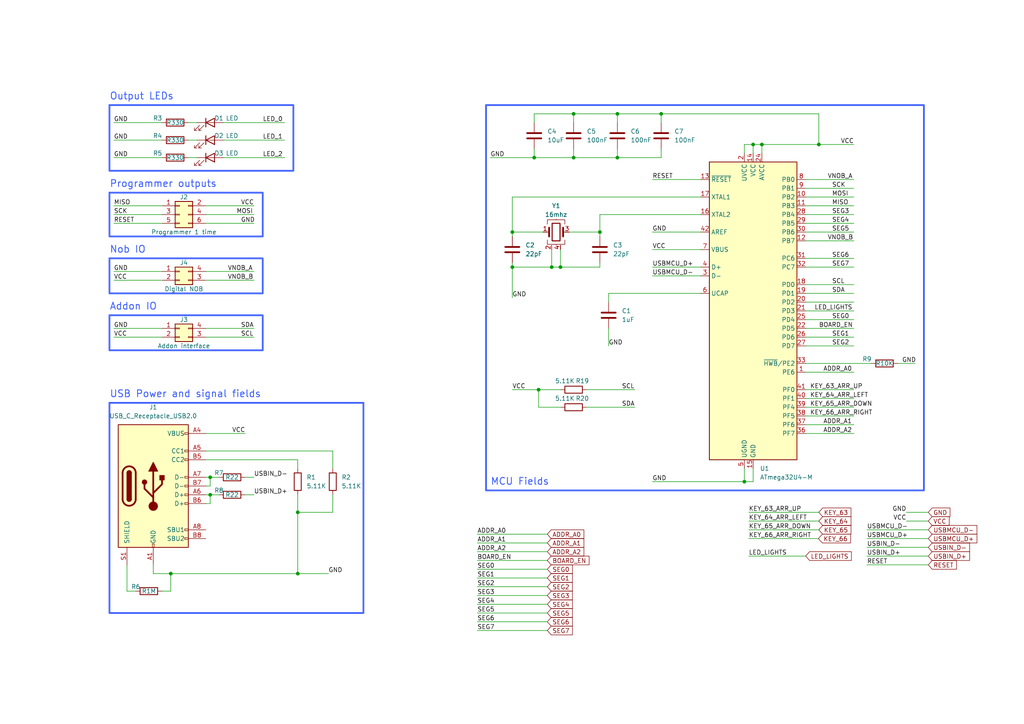
<source format=kicad_sch>
(kicad_sch
	(version 20231120)
	(generator "eeschema")
	(generator_version "8.0")
	(uuid "ba343d94-601d-44c5-b848-a7d9121c7be9")
	(paper "A4")
	(lib_symbols
		(symbol "Connector:USB_C_Receptacle_USB2.0"
			(pin_names
				(offset 1.016)
			)
			(exclude_from_sim no)
			(in_bom yes)
			(on_board yes)
			(property "Reference" "J"
				(at -10.16 19.05 0)
				(effects
					(font
						(size 1.27 1.27)
					)
					(justify left)
				)
			)
			(property "Value" "USB_C_Receptacle_USB2.0"
				(at 19.05 19.05 0)
				(effects
					(font
						(size 1.27 1.27)
					)
					(justify right)
				)
			)
			(property "Footprint" ""
				(at 3.81 0 0)
				(effects
					(font
						(size 1.27 1.27)
					)
					(hide yes)
				)
			)
			(property "Datasheet" "https://www.usb.org/sites/default/files/documents/usb_type-c.zip"
				(at 3.81 0 0)
				(effects
					(font
						(size 1.27 1.27)
					)
					(hide yes)
				)
			)
			(property "Description" "USB 2.0-only Type-C Receptacle connector"
				(at 0 0 0)
				(effects
					(font
						(size 1.27 1.27)
					)
					(hide yes)
				)
			)
			(property "ki_keywords" "usb universal serial bus type-C USB2.0"
				(at 0 0 0)
				(effects
					(font
						(size 1.27 1.27)
					)
					(hide yes)
				)
			)
			(property "ki_fp_filters" "USB*C*Receptacle*"
				(at 0 0 0)
				(effects
					(font
						(size 1.27 1.27)
					)
					(hide yes)
				)
			)
			(symbol "USB_C_Receptacle_USB2.0_0_0"
				(rectangle
					(start -0.254 -17.78)
					(end 0.254 -16.764)
					(stroke
						(width 0)
						(type default)
					)
					(fill
						(type none)
					)
				)
				(rectangle
					(start 10.16 -14.986)
					(end 9.144 -15.494)
					(stroke
						(width 0)
						(type default)
					)
					(fill
						(type none)
					)
				)
				(rectangle
					(start 10.16 -12.446)
					(end 9.144 -12.954)
					(stroke
						(width 0)
						(type default)
					)
					(fill
						(type none)
					)
				)
				(rectangle
					(start 10.16 -4.826)
					(end 9.144 -5.334)
					(stroke
						(width 0)
						(type default)
					)
					(fill
						(type none)
					)
				)
				(rectangle
					(start 10.16 -2.286)
					(end 9.144 -2.794)
					(stroke
						(width 0)
						(type default)
					)
					(fill
						(type none)
					)
				)
				(rectangle
					(start 10.16 0.254)
					(end 9.144 -0.254)
					(stroke
						(width 0)
						(type default)
					)
					(fill
						(type none)
					)
				)
				(rectangle
					(start 10.16 2.794)
					(end 9.144 2.286)
					(stroke
						(width 0)
						(type default)
					)
					(fill
						(type none)
					)
				)
				(rectangle
					(start 10.16 7.874)
					(end 9.144 7.366)
					(stroke
						(width 0)
						(type default)
					)
					(fill
						(type none)
					)
				)
				(rectangle
					(start 10.16 10.414)
					(end 9.144 9.906)
					(stroke
						(width 0)
						(type default)
					)
					(fill
						(type none)
					)
				)
				(rectangle
					(start 10.16 15.494)
					(end 9.144 14.986)
					(stroke
						(width 0)
						(type default)
					)
					(fill
						(type none)
					)
				)
			)
			(symbol "USB_C_Receptacle_USB2.0_0_1"
				(rectangle
					(start -10.16 17.78)
					(end 10.16 -17.78)
					(stroke
						(width 0.254)
						(type default)
					)
					(fill
						(type background)
					)
				)
				(arc
					(start -8.89 -3.81)
					(mid -6.985 -5.7067)
					(end -5.08 -3.81)
					(stroke
						(width 0.508)
						(type default)
					)
					(fill
						(type none)
					)
				)
				(arc
					(start -7.62 -3.81)
					(mid -6.985 -4.4423)
					(end -6.35 -3.81)
					(stroke
						(width 0.254)
						(type default)
					)
					(fill
						(type none)
					)
				)
				(arc
					(start -7.62 -3.81)
					(mid -6.985 -4.4423)
					(end -6.35 -3.81)
					(stroke
						(width 0.254)
						(type default)
					)
					(fill
						(type outline)
					)
				)
				(rectangle
					(start -7.62 -3.81)
					(end -6.35 3.81)
					(stroke
						(width 0.254)
						(type default)
					)
					(fill
						(type outline)
					)
				)
				(arc
					(start -6.35 3.81)
					(mid -6.985 4.4423)
					(end -7.62 3.81)
					(stroke
						(width 0.254)
						(type default)
					)
					(fill
						(type none)
					)
				)
				(arc
					(start -6.35 3.81)
					(mid -6.985 4.4423)
					(end -7.62 3.81)
					(stroke
						(width 0.254)
						(type default)
					)
					(fill
						(type outline)
					)
				)
				(arc
					(start -5.08 3.81)
					(mid -6.985 5.7067)
					(end -8.89 3.81)
					(stroke
						(width 0.508)
						(type default)
					)
					(fill
						(type none)
					)
				)
				(circle
					(center -2.54 1.143)
					(radius 0.635)
					(stroke
						(width 0.254)
						(type default)
					)
					(fill
						(type outline)
					)
				)
				(circle
					(center 0 -5.842)
					(radius 1.27)
					(stroke
						(width 0)
						(type default)
					)
					(fill
						(type outline)
					)
				)
				(polyline
					(pts
						(xy -8.89 -3.81) (xy -8.89 3.81)
					)
					(stroke
						(width 0.508)
						(type default)
					)
					(fill
						(type none)
					)
				)
				(polyline
					(pts
						(xy -5.08 3.81) (xy -5.08 -3.81)
					)
					(stroke
						(width 0.508)
						(type default)
					)
					(fill
						(type none)
					)
				)
				(polyline
					(pts
						(xy 0 -5.842) (xy 0 4.318)
					)
					(stroke
						(width 0.508)
						(type default)
					)
					(fill
						(type none)
					)
				)
				(polyline
					(pts
						(xy 0 -3.302) (xy -2.54 -0.762) (xy -2.54 0.508)
					)
					(stroke
						(width 0.508)
						(type default)
					)
					(fill
						(type none)
					)
				)
				(polyline
					(pts
						(xy 0 -2.032) (xy 2.54 0.508) (xy 2.54 1.778)
					)
					(stroke
						(width 0.508)
						(type default)
					)
					(fill
						(type none)
					)
				)
				(polyline
					(pts
						(xy -1.27 4.318) (xy 0 6.858) (xy 1.27 4.318) (xy -1.27 4.318)
					)
					(stroke
						(width 0.254)
						(type default)
					)
					(fill
						(type outline)
					)
				)
				(rectangle
					(start 1.905 1.778)
					(end 3.175 3.048)
					(stroke
						(width 0.254)
						(type default)
					)
					(fill
						(type outline)
					)
				)
			)
			(symbol "USB_C_Receptacle_USB2.0_1_1"
				(pin passive line
					(at 0 -22.86 90)
					(length 5.08)
					(name "GND"
						(effects
							(font
								(size 1.27 1.27)
							)
						)
					)
					(number "A1"
						(effects
							(font
								(size 1.27 1.27)
							)
						)
					)
				)
				(pin passive line
					(at 0 -22.86 90)
					(length 5.08) hide
					(name "GND"
						(effects
							(font
								(size 1.27 1.27)
							)
						)
					)
					(number "A12"
						(effects
							(font
								(size 1.27 1.27)
							)
						)
					)
				)
				(pin passive line
					(at 15.24 15.24 180)
					(length 5.08)
					(name "VBUS"
						(effects
							(font
								(size 1.27 1.27)
							)
						)
					)
					(number "A4"
						(effects
							(font
								(size 1.27 1.27)
							)
						)
					)
				)
				(pin bidirectional line
					(at 15.24 10.16 180)
					(length 5.08)
					(name "CC1"
						(effects
							(font
								(size 1.27 1.27)
							)
						)
					)
					(number "A5"
						(effects
							(font
								(size 1.27 1.27)
							)
						)
					)
				)
				(pin bidirectional line
					(at 15.24 -2.54 180)
					(length 5.08)
					(name "D+"
						(effects
							(font
								(size 1.27 1.27)
							)
						)
					)
					(number "A6"
						(effects
							(font
								(size 1.27 1.27)
							)
						)
					)
				)
				(pin bidirectional line
					(at 15.24 2.54 180)
					(length 5.08)
					(name "D-"
						(effects
							(font
								(size 1.27 1.27)
							)
						)
					)
					(number "A7"
						(effects
							(font
								(size 1.27 1.27)
							)
						)
					)
				)
				(pin bidirectional line
					(at 15.24 -12.7 180)
					(length 5.08)
					(name "SBU1"
						(effects
							(font
								(size 1.27 1.27)
							)
						)
					)
					(number "A8"
						(effects
							(font
								(size 1.27 1.27)
							)
						)
					)
				)
				(pin passive line
					(at 15.24 15.24 180)
					(length 5.08) hide
					(name "VBUS"
						(effects
							(font
								(size 1.27 1.27)
							)
						)
					)
					(number "A9"
						(effects
							(font
								(size 1.27 1.27)
							)
						)
					)
				)
				(pin passive line
					(at 0 -22.86 90)
					(length 5.08) hide
					(name "GND"
						(effects
							(font
								(size 1.27 1.27)
							)
						)
					)
					(number "B1"
						(effects
							(font
								(size 1.27 1.27)
							)
						)
					)
				)
				(pin passive line
					(at 0 -22.86 90)
					(length 5.08) hide
					(name "GND"
						(effects
							(font
								(size 1.27 1.27)
							)
						)
					)
					(number "B12"
						(effects
							(font
								(size 1.27 1.27)
							)
						)
					)
				)
				(pin passive line
					(at 15.24 15.24 180)
					(length 5.08) hide
					(name "VBUS"
						(effects
							(font
								(size 1.27 1.27)
							)
						)
					)
					(number "B4"
						(effects
							(font
								(size 1.27 1.27)
							)
						)
					)
				)
				(pin bidirectional line
					(at 15.24 7.62 180)
					(length 5.08)
					(name "CC2"
						(effects
							(font
								(size 1.27 1.27)
							)
						)
					)
					(number "B5"
						(effects
							(font
								(size 1.27 1.27)
							)
						)
					)
				)
				(pin bidirectional line
					(at 15.24 -5.08 180)
					(length 5.08)
					(name "D+"
						(effects
							(font
								(size 1.27 1.27)
							)
						)
					)
					(number "B6"
						(effects
							(font
								(size 1.27 1.27)
							)
						)
					)
				)
				(pin bidirectional line
					(at 15.24 0 180)
					(length 5.08)
					(name "D-"
						(effects
							(font
								(size 1.27 1.27)
							)
						)
					)
					(number "B7"
						(effects
							(font
								(size 1.27 1.27)
							)
						)
					)
				)
				(pin bidirectional line
					(at 15.24 -15.24 180)
					(length 5.08)
					(name "SBU2"
						(effects
							(font
								(size 1.27 1.27)
							)
						)
					)
					(number "B8"
						(effects
							(font
								(size 1.27 1.27)
							)
						)
					)
				)
				(pin passive line
					(at 15.24 15.24 180)
					(length 5.08) hide
					(name "VBUS"
						(effects
							(font
								(size 1.27 1.27)
							)
						)
					)
					(number "B9"
						(effects
							(font
								(size 1.27 1.27)
							)
						)
					)
				)
				(pin passive line
					(at -7.62 -22.86 90)
					(length 5.08)
					(name "SHIELD"
						(effects
							(font
								(size 1.27 1.27)
							)
						)
					)
					(number "S1"
						(effects
							(font
								(size 1.27 1.27)
							)
						)
					)
				)
			)
		)
		(symbol "Connector_Generic:Conn_02x02_Counter_Clockwise"
			(pin_names
				(offset 1.016) hide)
			(exclude_from_sim no)
			(in_bom yes)
			(on_board yes)
			(property "Reference" "J"
				(at 1.27 2.54 0)
				(effects
					(font
						(size 1.27 1.27)
					)
				)
			)
			(property "Value" "Conn_02x02_Counter_Clockwise"
				(at 1.27 -5.08 0)
				(effects
					(font
						(size 1.27 1.27)
					)
				)
			)
			(property "Footprint" ""
				(at 0 0 0)
				(effects
					(font
						(size 1.27 1.27)
					)
					(hide yes)
				)
			)
			(property "Datasheet" "~"
				(at 0 0 0)
				(effects
					(font
						(size 1.27 1.27)
					)
					(hide yes)
				)
			)
			(property "Description" "Generic connector, double row, 02x02, counter clockwise pin numbering scheme (similar to DIP package numbering), script generated (kicad-library-utils/schlib/autogen/connector/)"
				(at 0 0 0)
				(effects
					(font
						(size 1.27 1.27)
					)
					(hide yes)
				)
			)
			(property "ki_keywords" "connector"
				(at 0 0 0)
				(effects
					(font
						(size 1.27 1.27)
					)
					(hide yes)
				)
			)
			(property "ki_fp_filters" "Connector*:*_2x??_*"
				(at 0 0 0)
				(effects
					(font
						(size 1.27 1.27)
					)
					(hide yes)
				)
			)
			(symbol "Conn_02x02_Counter_Clockwise_1_1"
				(rectangle
					(start -1.27 -2.413)
					(end 0 -2.667)
					(stroke
						(width 0.1524)
						(type default)
					)
					(fill
						(type none)
					)
				)
				(rectangle
					(start -1.27 0.127)
					(end 0 -0.127)
					(stroke
						(width 0.1524)
						(type default)
					)
					(fill
						(type none)
					)
				)
				(rectangle
					(start -1.27 1.27)
					(end 3.81 -3.81)
					(stroke
						(width 0.254)
						(type default)
					)
					(fill
						(type background)
					)
				)
				(rectangle
					(start 3.81 -2.413)
					(end 2.54 -2.667)
					(stroke
						(width 0.1524)
						(type default)
					)
					(fill
						(type none)
					)
				)
				(rectangle
					(start 3.81 0.127)
					(end 2.54 -0.127)
					(stroke
						(width 0.1524)
						(type default)
					)
					(fill
						(type none)
					)
				)
				(pin passive line
					(at -5.08 0 0)
					(length 3.81)
					(name "Pin_1"
						(effects
							(font
								(size 1.27 1.27)
							)
						)
					)
					(number "1"
						(effects
							(font
								(size 1.27 1.27)
							)
						)
					)
				)
				(pin passive line
					(at -5.08 -2.54 0)
					(length 3.81)
					(name "Pin_2"
						(effects
							(font
								(size 1.27 1.27)
							)
						)
					)
					(number "2"
						(effects
							(font
								(size 1.27 1.27)
							)
						)
					)
				)
				(pin passive line
					(at 7.62 -2.54 180)
					(length 3.81)
					(name "Pin_3"
						(effects
							(font
								(size 1.27 1.27)
							)
						)
					)
					(number "3"
						(effects
							(font
								(size 1.27 1.27)
							)
						)
					)
				)
				(pin passive line
					(at 7.62 0 180)
					(length 3.81)
					(name "Pin_4"
						(effects
							(font
								(size 1.27 1.27)
							)
						)
					)
					(number "4"
						(effects
							(font
								(size 1.27 1.27)
							)
						)
					)
				)
			)
		)
		(symbol "Connector_Generic:Conn_02x03_Odd_Even"
			(pin_names
				(offset 1.016) hide)
			(exclude_from_sim no)
			(in_bom yes)
			(on_board yes)
			(property "Reference" "J"
				(at 1.27 5.08 0)
				(effects
					(font
						(size 1.27 1.27)
					)
				)
			)
			(property "Value" "Conn_02x03_Odd_Even"
				(at 1.27 -5.08 0)
				(effects
					(font
						(size 1.27 1.27)
					)
				)
			)
			(property "Footprint" ""
				(at 0 0 0)
				(effects
					(font
						(size 1.27 1.27)
					)
					(hide yes)
				)
			)
			(property "Datasheet" "~"
				(at 0 0 0)
				(effects
					(font
						(size 1.27 1.27)
					)
					(hide yes)
				)
			)
			(property "Description" "Generic connector, double row, 02x03, odd/even pin numbering scheme (row 1 odd numbers, row 2 even numbers), script generated (kicad-library-utils/schlib/autogen/connector/)"
				(at 0 0 0)
				(effects
					(font
						(size 1.27 1.27)
					)
					(hide yes)
				)
			)
			(property "ki_keywords" "connector"
				(at 0 0 0)
				(effects
					(font
						(size 1.27 1.27)
					)
					(hide yes)
				)
			)
			(property "ki_fp_filters" "Connector*:*_2x??_*"
				(at 0 0 0)
				(effects
					(font
						(size 1.27 1.27)
					)
					(hide yes)
				)
			)
			(symbol "Conn_02x03_Odd_Even_1_1"
				(rectangle
					(start -1.27 -2.413)
					(end 0 -2.667)
					(stroke
						(width 0.1524)
						(type default)
					)
					(fill
						(type none)
					)
				)
				(rectangle
					(start -1.27 0.127)
					(end 0 -0.127)
					(stroke
						(width 0.1524)
						(type default)
					)
					(fill
						(type none)
					)
				)
				(rectangle
					(start -1.27 2.667)
					(end 0 2.413)
					(stroke
						(width 0.1524)
						(type default)
					)
					(fill
						(type none)
					)
				)
				(rectangle
					(start -1.27 3.81)
					(end 3.81 -3.81)
					(stroke
						(width 0.254)
						(type default)
					)
					(fill
						(type background)
					)
				)
				(rectangle
					(start 3.81 -2.413)
					(end 2.54 -2.667)
					(stroke
						(width 0.1524)
						(type default)
					)
					(fill
						(type none)
					)
				)
				(rectangle
					(start 3.81 0.127)
					(end 2.54 -0.127)
					(stroke
						(width 0.1524)
						(type default)
					)
					(fill
						(type none)
					)
				)
				(rectangle
					(start 3.81 2.667)
					(end 2.54 2.413)
					(stroke
						(width 0.1524)
						(type default)
					)
					(fill
						(type none)
					)
				)
				(pin passive line
					(at -5.08 2.54 0)
					(length 3.81)
					(name "Pin_1"
						(effects
							(font
								(size 1.27 1.27)
							)
						)
					)
					(number "1"
						(effects
							(font
								(size 1.27 1.27)
							)
						)
					)
				)
				(pin passive line
					(at 7.62 2.54 180)
					(length 3.81)
					(name "Pin_2"
						(effects
							(font
								(size 1.27 1.27)
							)
						)
					)
					(number "2"
						(effects
							(font
								(size 1.27 1.27)
							)
						)
					)
				)
				(pin passive line
					(at -5.08 0 0)
					(length 3.81)
					(name "Pin_3"
						(effects
							(font
								(size 1.27 1.27)
							)
						)
					)
					(number "3"
						(effects
							(font
								(size 1.27 1.27)
							)
						)
					)
				)
				(pin passive line
					(at 7.62 0 180)
					(length 3.81)
					(name "Pin_4"
						(effects
							(font
								(size 1.27 1.27)
							)
						)
					)
					(number "4"
						(effects
							(font
								(size 1.27 1.27)
							)
						)
					)
				)
				(pin passive line
					(at -5.08 -2.54 0)
					(length 3.81)
					(name "Pin_5"
						(effects
							(font
								(size 1.27 1.27)
							)
						)
					)
					(number "5"
						(effects
							(font
								(size 1.27 1.27)
							)
						)
					)
				)
				(pin passive line
					(at 7.62 -2.54 180)
					(length 3.81)
					(name "Pin_6"
						(effects
							(font
								(size 1.27 1.27)
							)
						)
					)
					(number "6"
						(effects
							(font
								(size 1.27 1.27)
							)
						)
					)
				)
			)
		)
		(symbol "Device:C"
			(pin_numbers hide)
			(pin_names
				(offset 0.254)
			)
			(exclude_from_sim no)
			(in_bom yes)
			(on_board yes)
			(property "Reference" "C"
				(at 0.635 2.54 0)
				(effects
					(font
						(size 1.27 1.27)
					)
					(justify left)
				)
			)
			(property "Value" "C"
				(at 0.635 -2.54 0)
				(effects
					(font
						(size 1.27 1.27)
					)
					(justify left)
				)
			)
			(property "Footprint" ""
				(at 0.9652 -3.81 0)
				(effects
					(font
						(size 1.27 1.27)
					)
					(hide yes)
				)
			)
			(property "Datasheet" "~"
				(at 0 0 0)
				(effects
					(font
						(size 1.27 1.27)
					)
					(hide yes)
				)
			)
			(property "Description" "Unpolarized capacitor"
				(at 0 0 0)
				(effects
					(font
						(size 1.27 1.27)
					)
					(hide yes)
				)
			)
			(property "ki_keywords" "cap capacitor"
				(at 0 0 0)
				(effects
					(font
						(size 1.27 1.27)
					)
					(hide yes)
				)
			)
			(property "ki_fp_filters" "C_*"
				(at 0 0 0)
				(effects
					(font
						(size 1.27 1.27)
					)
					(hide yes)
				)
			)
			(symbol "C_0_1"
				(polyline
					(pts
						(xy -2.032 -0.762) (xy 2.032 -0.762)
					)
					(stroke
						(width 0.508)
						(type default)
					)
					(fill
						(type none)
					)
				)
				(polyline
					(pts
						(xy -2.032 0.762) (xy 2.032 0.762)
					)
					(stroke
						(width 0.508)
						(type default)
					)
					(fill
						(type none)
					)
				)
			)
			(symbol "C_1_1"
				(pin passive line
					(at 0 3.81 270)
					(length 2.794)
					(name "~"
						(effects
							(font
								(size 1.27 1.27)
							)
						)
					)
					(number "1"
						(effects
							(font
								(size 1.27 1.27)
							)
						)
					)
				)
				(pin passive line
					(at 0 -3.81 90)
					(length 2.794)
					(name "~"
						(effects
							(font
								(size 1.27 1.27)
							)
						)
					)
					(number "2"
						(effects
							(font
								(size 1.27 1.27)
							)
						)
					)
				)
			)
		)
		(symbol "Device:Crystal_GND24"
			(pin_names
				(offset 1.016) hide)
			(exclude_from_sim no)
			(in_bom yes)
			(on_board yes)
			(property "Reference" "Y1"
				(at 11.43 4.1909 0)
				(effects
					(font
						(size 1.27 1.27)
					)
				)
			)
			(property "Value" "Crystal_GND24"
				(at 11.43 1.6509 0)
				(effects
					(font
						(size 1.27 1.27)
					)
				)
			)
			(property "Footprint" ""
				(at 0 0 0)
				(effects
					(font
						(size 1.27 1.27)
					)
					(hide yes)
				)
			)
			(property "Datasheet" "~"
				(at 0 0 0)
				(effects
					(font
						(size 1.27 1.27)
					)
					(hide yes)
				)
			)
			(property "Description" "Four pin crystal, GND on pins 2 and 4"
				(at 0 0 0)
				(effects
					(font
						(size 1.27 1.27)
					)
					(hide yes)
				)
			)
			(property "ki_keywords" "quartz ceramic resonator oscillator"
				(at 0 0 0)
				(effects
					(font
						(size 1.27 1.27)
					)
					(hide yes)
				)
			)
			(property "ki_fp_filters" "Crystal*"
				(at 0 0 0)
				(effects
					(font
						(size 1.27 1.27)
					)
					(hide yes)
				)
			)
			(symbol "Crystal_GND24_0_1"
				(rectangle
					(start -1.143 2.54)
					(end 1.143 -2.54)
					(stroke
						(width 0.3048)
						(type default)
					)
					(fill
						(type none)
					)
				)
				(polyline
					(pts
						(xy -2.54 0) (xy -2.032 0)
					)
					(stroke
						(width 0)
						(type default)
					)
					(fill
						(type none)
					)
				)
				(polyline
					(pts
						(xy -2.032 -1.27) (xy -2.032 1.27)
					)
					(stroke
						(width 0.508)
						(type default)
					)
					(fill
						(type none)
					)
				)
				(polyline
					(pts
						(xy 0 -3.81) (xy 0 -3.556)
					)
					(stroke
						(width 0)
						(type default)
					)
					(fill
						(type none)
					)
				)
				(polyline
					(pts
						(xy 0 3.556) (xy 0 3.81)
					)
					(stroke
						(width 0)
						(type default)
					)
					(fill
						(type none)
					)
				)
				(polyline
					(pts
						(xy 2.032 -1.27) (xy 2.032 1.27)
					)
					(stroke
						(width 0.508)
						(type default)
					)
					(fill
						(type none)
					)
				)
				(polyline
					(pts
						(xy 2.032 0) (xy 2.54 0)
					)
					(stroke
						(width 0)
						(type default)
					)
					(fill
						(type none)
					)
				)
				(polyline
					(pts
						(xy -2.54 -2.286) (xy -2.54 -3.556) (xy 2.54 -3.556) (xy 2.54 -2.286)
					)
					(stroke
						(width 0)
						(type default)
					)
					(fill
						(type none)
					)
				)
				(polyline
					(pts
						(xy -2.54 2.286) (xy -2.54 3.556) (xy 2.54 3.556) (xy 2.54 2.286)
					)
					(stroke
						(width 0)
						(type default)
					)
					(fill
						(type none)
					)
				)
			)
			(symbol "Crystal_GND24_1_1"
				(pin passive line
					(at -3.81 0 0)
					(length 1.27)
					(name "1"
						(effects
							(font
								(size 1.27 1.27)
							)
						)
					)
					(number "1"
						(effects
							(font
								(size 1.27 1.27)
							)
						)
					)
				)
				(pin passive line
					(at -1.27 -5.08 90)
					(length 1.27)
					(name "2"
						(effects
							(font
								(size 1.27 1.27)
							)
						)
					)
					(number "2"
						(effects
							(font
								(size 1.27 1.27)
							)
						)
					)
				)
				(pin passive line
					(at 3.81 0 180)
					(length 1.27)
					(name "3"
						(effects
							(font
								(size 1.27 1.27)
							)
						)
					)
					(number "3"
						(effects
							(font
								(size 1.27 1.27)
							)
						)
					)
				)
				(pin passive line
					(at 1.27 -5.08 90)
					(length 1.27)
					(name "4"
						(effects
							(font
								(size 1.27 1.27)
							)
						)
					)
					(number "4"
						(effects
							(font
								(size 1.27 1.27)
							)
						)
					)
				)
			)
		)
		(symbol "Device:LED"
			(pin_numbers hide)
			(pin_names
				(offset 1.016) hide)
			(exclude_from_sim no)
			(in_bom yes)
			(on_board yes)
			(property "Reference" "D"
				(at 0 2.54 0)
				(effects
					(font
						(size 1.27 1.27)
					)
				)
			)
			(property "Value" "LED"
				(at 0 -2.54 0)
				(effects
					(font
						(size 1.27 1.27)
					)
				)
			)
			(property "Footprint" ""
				(at 0 0 0)
				(effects
					(font
						(size 1.27 1.27)
					)
					(hide yes)
				)
			)
			(property "Datasheet" "~"
				(at 0 0 0)
				(effects
					(font
						(size 1.27 1.27)
					)
					(hide yes)
				)
			)
			(property "Description" "Light emitting diode"
				(at 0 0 0)
				(effects
					(font
						(size 1.27 1.27)
					)
					(hide yes)
				)
			)
			(property "ki_keywords" "LED diode"
				(at 0 0 0)
				(effects
					(font
						(size 1.27 1.27)
					)
					(hide yes)
				)
			)
			(property "ki_fp_filters" "LED* LED_SMD:* LED_THT:*"
				(at 0 0 0)
				(effects
					(font
						(size 1.27 1.27)
					)
					(hide yes)
				)
			)
			(symbol "LED_0_1"
				(polyline
					(pts
						(xy -1.27 -1.27) (xy -1.27 1.27)
					)
					(stroke
						(width 0.254)
						(type default)
					)
					(fill
						(type none)
					)
				)
				(polyline
					(pts
						(xy -1.27 0) (xy 1.27 0)
					)
					(stroke
						(width 0)
						(type default)
					)
					(fill
						(type none)
					)
				)
				(polyline
					(pts
						(xy 1.27 -1.27) (xy 1.27 1.27) (xy -1.27 0) (xy 1.27 -1.27)
					)
					(stroke
						(width 0.254)
						(type default)
					)
					(fill
						(type none)
					)
				)
				(polyline
					(pts
						(xy -3.048 -0.762) (xy -4.572 -2.286) (xy -3.81 -2.286) (xy -4.572 -2.286) (xy -4.572 -1.524)
					)
					(stroke
						(width 0)
						(type default)
					)
					(fill
						(type none)
					)
				)
				(polyline
					(pts
						(xy -1.778 -0.762) (xy -3.302 -2.286) (xy -2.54 -2.286) (xy -3.302 -2.286) (xy -3.302 -1.524)
					)
					(stroke
						(width 0)
						(type default)
					)
					(fill
						(type none)
					)
				)
			)
			(symbol "LED_1_1"
				(pin passive line
					(at -3.81 0 0)
					(length 2.54)
					(name "K"
						(effects
							(font
								(size 1.27 1.27)
							)
						)
					)
					(number "1"
						(effects
							(font
								(size 1.27 1.27)
							)
						)
					)
				)
				(pin passive line
					(at 3.81 0 180)
					(length 2.54)
					(name "A"
						(effects
							(font
								(size 1.27 1.27)
							)
						)
					)
					(number "2"
						(effects
							(font
								(size 1.27 1.27)
							)
						)
					)
				)
			)
		)
		(symbol "Device:R"
			(pin_numbers hide)
			(pin_names
				(offset 0)
			)
			(exclude_from_sim no)
			(in_bom yes)
			(on_board yes)
			(property "Reference" "R"
				(at 2.032 0 90)
				(effects
					(font
						(size 1.27 1.27)
					)
				)
			)
			(property "Value" "R"
				(at 0 0 90)
				(effects
					(font
						(size 1.27 1.27)
					)
				)
			)
			(property "Footprint" ""
				(at -1.778 0 90)
				(effects
					(font
						(size 1.27 1.27)
					)
					(hide yes)
				)
			)
			(property "Datasheet" "~"
				(at 0 0 0)
				(effects
					(font
						(size 1.27 1.27)
					)
					(hide yes)
				)
			)
			(property "Description" "Resistor"
				(at 0 0 0)
				(effects
					(font
						(size 1.27 1.27)
					)
					(hide yes)
				)
			)
			(property "ki_keywords" "R res resistor"
				(at 0 0 0)
				(effects
					(font
						(size 1.27 1.27)
					)
					(hide yes)
				)
			)
			(property "ki_fp_filters" "R_*"
				(at 0 0 0)
				(effects
					(font
						(size 1.27 1.27)
					)
					(hide yes)
				)
			)
			(symbol "R_0_1"
				(rectangle
					(start -1.016 -2.54)
					(end 1.016 2.54)
					(stroke
						(width 0.254)
						(type default)
					)
					(fill
						(type none)
					)
				)
			)
			(symbol "R_1_1"
				(pin passive line
					(at 0 3.81 270)
					(length 1.27)
					(name "~"
						(effects
							(font
								(size 1.27 1.27)
							)
						)
					)
					(number "1"
						(effects
							(font
								(size 1.27 1.27)
							)
						)
					)
				)
				(pin passive line
					(at 0 -3.81 90)
					(length 1.27)
					(name "~"
						(effects
							(font
								(size 1.27 1.27)
							)
						)
					)
					(number "2"
						(effects
							(font
								(size 1.27 1.27)
							)
						)
					)
				)
			)
		)
		(symbol "MCU_Microchip_ATmega:ATmega32U4-M"
			(exclude_from_sim no)
			(in_bom yes)
			(on_board yes)
			(property "Reference" "U"
				(at -12.7 44.45 0)
				(effects
					(font
						(size 1.27 1.27)
					)
					(justify left bottom)
				)
			)
			(property "Value" "ATmega32U4-M"
				(at 2.54 -44.45 0)
				(effects
					(font
						(size 1.27 1.27)
					)
					(justify left top)
				)
			)
			(property "Footprint" "Package_DFN_QFN:QFN-44-1EP_7x7mm_P0.5mm_EP5.2x5.2mm"
				(at 0 0 0)
				(effects
					(font
						(size 1.27 1.27)
						(italic yes)
					)
					(hide yes)
				)
			)
			(property "Datasheet" "http://ww1.microchip.com/downloads/en/DeviceDoc/Atmel-7766-8-bit-AVR-ATmega16U4-32U4_Datasheet.pdf"
				(at 0 0 0)
				(effects
					(font
						(size 1.27 1.27)
					)
					(hide yes)
				)
			)
			(property "Description" "16MHz, 32kB Flash, 2.5kB SRAM, 1kB EEPROM, USB 2.0, QFN-44"
				(at 0 0 0)
				(effects
					(font
						(size 1.27 1.27)
					)
					(hide yes)
				)
			)
			(property "ki_keywords" "AVR 8bit Microcontroller MegaAVR USB"
				(at 0 0 0)
				(effects
					(font
						(size 1.27 1.27)
					)
					(hide yes)
				)
			)
			(property "ki_fp_filters" "QFN*1EP*7x7mm*P0.5mm*"
				(at 0 0 0)
				(effects
					(font
						(size 1.27 1.27)
					)
					(hide yes)
				)
			)
			(symbol "ATmega32U4-M_0_1"
				(rectangle
					(start -12.7 -43.18)
					(end 12.7 43.18)
					(stroke
						(width 0.254)
						(type default)
					)
					(fill
						(type background)
					)
				)
			)
			(symbol "ATmega32U4-M_1_1"
				(pin bidirectional line
					(at 15.24 -17.78 180)
					(length 2.54)
					(name "PE6"
						(effects
							(font
								(size 1.27 1.27)
							)
						)
					)
					(number "1"
						(effects
							(font
								(size 1.27 1.27)
							)
						)
					)
				)
				(pin bidirectional line
					(at 15.24 33.02 180)
					(length 2.54)
					(name "PB2"
						(effects
							(font
								(size 1.27 1.27)
							)
						)
					)
					(number "10"
						(effects
							(font
								(size 1.27 1.27)
							)
						)
					)
				)
				(pin bidirectional line
					(at 15.24 30.48 180)
					(length 2.54)
					(name "PB3"
						(effects
							(font
								(size 1.27 1.27)
							)
						)
					)
					(number "11"
						(effects
							(font
								(size 1.27 1.27)
							)
						)
					)
				)
				(pin bidirectional line
					(at 15.24 20.32 180)
					(length 2.54)
					(name "PB7"
						(effects
							(font
								(size 1.27 1.27)
							)
						)
					)
					(number "12"
						(effects
							(font
								(size 1.27 1.27)
							)
						)
					)
				)
				(pin input line
					(at -15.24 38.1 0)
					(length 2.54)
					(name "~{RESET}"
						(effects
							(font
								(size 1.27 1.27)
							)
						)
					)
					(number "13"
						(effects
							(font
								(size 1.27 1.27)
							)
						)
					)
				)
				(pin power_in line
					(at 0 45.72 270)
					(length 2.54)
					(name "VCC"
						(effects
							(font
								(size 1.27 1.27)
							)
						)
					)
					(number "14"
						(effects
							(font
								(size 1.27 1.27)
							)
						)
					)
				)
				(pin power_in line
					(at 0 -45.72 90)
					(length 2.54)
					(name "GND"
						(effects
							(font
								(size 1.27 1.27)
							)
						)
					)
					(number "15"
						(effects
							(font
								(size 1.27 1.27)
							)
						)
					)
				)
				(pin output line
					(at -15.24 27.94 0)
					(length 2.54)
					(name "XTAL2"
						(effects
							(font
								(size 1.27 1.27)
							)
						)
					)
					(number "16"
						(effects
							(font
								(size 1.27 1.27)
							)
						)
					)
				)
				(pin input line
					(at -15.24 33.02 0)
					(length 2.54)
					(name "XTAL1"
						(effects
							(font
								(size 1.27 1.27)
							)
						)
					)
					(number "17"
						(effects
							(font
								(size 1.27 1.27)
							)
						)
					)
				)
				(pin bidirectional line
					(at 15.24 7.62 180)
					(length 2.54)
					(name "PD0"
						(effects
							(font
								(size 1.27 1.27)
							)
						)
					)
					(number "18"
						(effects
							(font
								(size 1.27 1.27)
							)
						)
					)
				)
				(pin bidirectional line
					(at 15.24 5.08 180)
					(length 2.54)
					(name "PD1"
						(effects
							(font
								(size 1.27 1.27)
							)
						)
					)
					(number "19"
						(effects
							(font
								(size 1.27 1.27)
							)
						)
					)
				)
				(pin power_in line
					(at -2.54 45.72 270)
					(length 2.54)
					(name "UVCC"
						(effects
							(font
								(size 1.27 1.27)
							)
						)
					)
					(number "2"
						(effects
							(font
								(size 1.27 1.27)
							)
						)
					)
				)
				(pin bidirectional line
					(at 15.24 2.54 180)
					(length 2.54)
					(name "PD2"
						(effects
							(font
								(size 1.27 1.27)
							)
						)
					)
					(number "20"
						(effects
							(font
								(size 1.27 1.27)
							)
						)
					)
				)
				(pin bidirectional line
					(at 15.24 0 180)
					(length 2.54)
					(name "PD3"
						(effects
							(font
								(size 1.27 1.27)
							)
						)
					)
					(number "21"
						(effects
							(font
								(size 1.27 1.27)
							)
						)
					)
				)
				(pin bidirectional line
					(at 15.24 -5.08 180)
					(length 2.54)
					(name "PD5"
						(effects
							(font
								(size 1.27 1.27)
							)
						)
					)
					(number "22"
						(effects
							(font
								(size 1.27 1.27)
							)
						)
					)
				)
				(pin passive line
					(at 0 -45.72 90)
					(length 2.54) hide
					(name "GND"
						(effects
							(font
								(size 1.27 1.27)
							)
						)
					)
					(number "23"
						(effects
							(font
								(size 1.27 1.27)
							)
						)
					)
				)
				(pin power_in line
					(at 2.54 45.72 270)
					(length 2.54)
					(name "AVCC"
						(effects
							(font
								(size 1.27 1.27)
							)
						)
					)
					(number "24"
						(effects
							(font
								(size 1.27 1.27)
							)
						)
					)
				)
				(pin bidirectional line
					(at 15.24 -2.54 180)
					(length 2.54)
					(name "PD4"
						(effects
							(font
								(size 1.27 1.27)
							)
						)
					)
					(number "25"
						(effects
							(font
								(size 1.27 1.27)
							)
						)
					)
				)
				(pin bidirectional line
					(at 15.24 -7.62 180)
					(length 2.54)
					(name "PD6"
						(effects
							(font
								(size 1.27 1.27)
							)
						)
					)
					(number "26"
						(effects
							(font
								(size 1.27 1.27)
							)
						)
					)
				)
				(pin bidirectional line
					(at 15.24 -10.16 180)
					(length 2.54)
					(name "PD7"
						(effects
							(font
								(size 1.27 1.27)
							)
						)
					)
					(number "27"
						(effects
							(font
								(size 1.27 1.27)
							)
						)
					)
				)
				(pin bidirectional line
					(at 15.24 27.94 180)
					(length 2.54)
					(name "PB4"
						(effects
							(font
								(size 1.27 1.27)
							)
						)
					)
					(number "28"
						(effects
							(font
								(size 1.27 1.27)
							)
						)
					)
				)
				(pin bidirectional line
					(at 15.24 25.4 180)
					(length 2.54)
					(name "PB5"
						(effects
							(font
								(size 1.27 1.27)
							)
						)
					)
					(number "29"
						(effects
							(font
								(size 1.27 1.27)
							)
						)
					)
				)
				(pin bidirectional line
					(at -15.24 10.16 0)
					(length 2.54)
					(name "D-"
						(effects
							(font
								(size 1.27 1.27)
							)
						)
					)
					(number "3"
						(effects
							(font
								(size 1.27 1.27)
							)
						)
					)
				)
				(pin bidirectional line
					(at 15.24 22.86 180)
					(length 2.54)
					(name "PB6"
						(effects
							(font
								(size 1.27 1.27)
							)
						)
					)
					(number "30"
						(effects
							(font
								(size 1.27 1.27)
							)
						)
					)
				)
				(pin bidirectional line
					(at 15.24 15.24 180)
					(length 2.54)
					(name "PC6"
						(effects
							(font
								(size 1.27 1.27)
							)
						)
					)
					(number "31"
						(effects
							(font
								(size 1.27 1.27)
							)
						)
					)
				)
				(pin bidirectional line
					(at 15.24 12.7 180)
					(length 2.54)
					(name "PC7"
						(effects
							(font
								(size 1.27 1.27)
							)
						)
					)
					(number "32"
						(effects
							(font
								(size 1.27 1.27)
							)
						)
					)
				)
				(pin bidirectional line
					(at 15.24 -15.24 180)
					(length 2.54)
					(name "~{HWB}/PE2"
						(effects
							(font
								(size 1.27 1.27)
							)
						)
					)
					(number "33"
						(effects
							(font
								(size 1.27 1.27)
							)
						)
					)
				)
				(pin passive line
					(at 0 45.72 270)
					(length 2.54) hide
					(name "VCC"
						(effects
							(font
								(size 1.27 1.27)
							)
						)
					)
					(number "34"
						(effects
							(font
								(size 1.27 1.27)
							)
						)
					)
				)
				(pin passive line
					(at 0 -45.72 90)
					(length 2.54) hide
					(name "GND"
						(effects
							(font
								(size 1.27 1.27)
							)
						)
					)
					(number "35"
						(effects
							(font
								(size 1.27 1.27)
							)
						)
					)
				)
				(pin bidirectional line
					(at 15.24 -35.56 180)
					(length 2.54)
					(name "PF7"
						(effects
							(font
								(size 1.27 1.27)
							)
						)
					)
					(number "36"
						(effects
							(font
								(size 1.27 1.27)
							)
						)
					)
				)
				(pin bidirectional line
					(at 15.24 -33.02 180)
					(length 2.54)
					(name "PF6"
						(effects
							(font
								(size 1.27 1.27)
							)
						)
					)
					(number "37"
						(effects
							(font
								(size 1.27 1.27)
							)
						)
					)
				)
				(pin bidirectional line
					(at 15.24 -30.48 180)
					(length 2.54)
					(name "PF5"
						(effects
							(font
								(size 1.27 1.27)
							)
						)
					)
					(number "38"
						(effects
							(font
								(size 1.27 1.27)
							)
						)
					)
				)
				(pin bidirectional line
					(at 15.24 -27.94 180)
					(length 2.54)
					(name "PF4"
						(effects
							(font
								(size 1.27 1.27)
							)
						)
					)
					(number "39"
						(effects
							(font
								(size 1.27 1.27)
							)
						)
					)
				)
				(pin bidirectional line
					(at -15.24 12.7 0)
					(length 2.54)
					(name "D+"
						(effects
							(font
								(size 1.27 1.27)
							)
						)
					)
					(number "4"
						(effects
							(font
								(size 1.27 1.27)
							)
						)
					)
				)
				(pin bidirectional line
					(at 15.24 -25.4 180)
					(length 2.54)
					(name "PF1"
						(effects
							(font
								(size 1.27 1.27)
							)
						)
					)
					(number "40"
						(effects
							(font
								(size 1.27 1.27)
							)
						)
					)
				)
				(pin bidirectional line
					(at 15.24 -22.86 180)
					(length 2.54)
					(name "PF0"
						(effects
							(font
								(size 1.27 1.27)
							)
						)
					)
					(number "41"
						(effects
							(font
								(size 1.27 1.27)
							)
						)
					)
				)
				(pin passive line
					(at -15.24 22.86 0)
					(length 2.54)
					(name "AREF"
						(effects
							(font
								(size 1.27 1.27)
							)
						)
					)
					(number "42"
						(effects
							(font
								(size 1.27 1.27)
							)
						)
					)
				)
				(pin passive line
					(at 0 -45.72 90)
					(length 2.54) hide
					(name "GND"
						(effects
							(font
								(size 1.27 1.27)
							)
						)
					)
					(number "43"
						(effects
							(font
								(size 1.27 1.27)
							)
						)
					)
				)
				(pin passive line
					(at 2.54 45.72 270)
					(length 2.54) hide
					(name "AVCC"
						(effects
							(font
								(size 1.27 1.27)
							)
						)
					)
					(number "44"
						(effects
							(font
								(size 1.27 1.27)
							)
						)
					)
				)
				(pin passive line
					(at 0 -45.72 90)
					(length 2.54) hide
					(name "GND"
						(effects
							(font
								(size 1.27 1.27)
							)
						)
					)
					(number "45"
						(effects
							(font
								(size 1.27 1.27)
							)
						)
					)
				)
				(pin passive line
					(at -2.54 -45.72 90)
					(length 2.54)
					(name "UGND"
						(effects
							(font
								(size 1.27 1.27)
							)
						)
					)
					(number "5"
						(effects
							(font
								(size 1.27 1.27)
							)
						)
					)
				)
				(pin passive line
					(at -15.24 5.08 0)
					(length 2.54)
					(name "UCAP"
						(effects
							(font
								(size 1.27 1.27)
							)
						)
					)
					(number "6"
						(effects
							(font
								(size 1.27 1.27)
							)
						)
					)
				)
				(pin input line
					(at -15.24 17.78 0)
					(length 2.54)
					(name "VBUS"
						(effects
							(font
								(size 1.27 1.27)
							)
						)
					)
					(number "7"
						(effects
							(font
								(size 1.27 1.27)
							)
						)
					)
				)
				(pin bidirectional line
					(at 15.24 38.1 180)
					(length 2.54)
					(name "PB0"
						(effects
							(font
								(size 1.27 1.27)
							)
						)
					)
					(number "8"
						(effects
							(font
								(size 1.27 1.27)
							)
						)
					)
				)
				(pin bidirectional line
					(at 15.24 35.56 180)
					(length 2.54)
					(name "PB1"
						(effects
							(font
								(size 1.27 1.27)
							)
						)
					)
					(number "9"
						(effects
							(font
								(size 1.27 1.27)
							)
						)
					)
				)
			)
		)
	)
	(junction
		(at 166.37 33.02)
		(diameter 0)
		(color 0 0 0 0)
		(uuid "033dca66-3c4e-4ca9-884b-7c4f0ec540b2")
	)
	(junction
		(at 179.07 33.02)
		(diameter 0)
		(color 0 0 0 0)
		(uuid "0716fe64-b45e-4f2f-b6c7-eed914a57b56")
	)
	(junction
		(at 148.59 67.31)
		(diameter 0)
		(color 0 0 0 0)
		(uuid "0e2dd597-f012-46b1-9bdf-e894d6399595")
	)
	(junction
		(at 86.36 166.37)
		(diameter 0)
		(color 0 0 0 0)
		(uuid "111f1b84-6a07-4899-867e-95f66b63dfdb")
	)
	(junction
		(at 60.96 143.51)
		(diameter 0)
		(color 0 0 0 0)
		(uuid "19ff36ff-67a3-4cbb-9833-d6cc3d8ed5c2")
	)
	(junction
		(at 156.21 113.03)
		(diameter 0)
		(color 0 0 0 0)
		(uuid "42763823-54c8-405f-8fba-ba409752b349")
	)
	(junction
		(at 162.56 77.47)
		(diameter 0)
		(color 0 0 0 0)
		(uuid "438fc57d-2f59-437a-923c-a2a23488defd")
	)
	(junction
		(at 179.07 45.72)
		(diameter 0)
		(color 0 0 0 0)
		(uuid "5ed7d092-edfb-443f-81b8-f4f55a9a8a3a")
	)
	(junction
		(at 86.36 148.59)
		(diameter 0)
		(color 0 0 0 0)
		(uuid "82eb00b2-fe5e-421c-ac89-d39568d83fa7")
	)
	(junction
		(at 60.96 138.43)
		(diameter 0)
		(color 0 0 0 0)
		(uuid "85622a05-78f5-4403-b60a-784486a45013")
	)
	(junction
		(at 215.9 139.7)
		(diameter 0)
		(color 0 0 0 0)
		(uuid "980ace35-6f76-4c08-8296-86629507d056")
	)
	(junction
		(at 154.94 45.72)
		(diameter 0)
		(color 0 0 0 0)
		(uuid "ae38e1c8-c775-4d76-8ca1-ebe710c65ab3")
	)
	(junction
		(at 220.98 41.91)
		(diameter 0)
		(color 0 0 0 0)
		(uuid "c277f0c2-9372-4cf6-acca-7746d07b4e2c")
	)
	(junction
		(at 148.59 77.47)
		(diameter 0)
		(color 0 0 0 0)
		(uuid "c3c9fdac-a21e-4994-9d75-19142157323b")
	)
	(junction
		(at 218.44 41.91)
		(diameter 0)
		(color 0 0 0 0)
		(uuid "d0c32c69-4c38-4a24-95b3-6cf8984ccf95")
	)
	(junction
		(at 49.53 166.37)
		(diameter 0)
		(color 0 0 0 0)
		(uuid "d447fb6c-5bfc-4592-b81d-cdfa7c35cc7f")
	)
	(junction
		(at 166.37 45.72)
		(diameter 0)
		(color 0 0 0 0)
		(uuid "d8409615-2bfa-4f76-9a52-7b4dd4026f37")
	)
	(junction
		(at 173.99 67.31)
		(diameter 0)
		(color 0 0 0 0)
		(uuid "e75005e5-e530-410a-855d-a872499daadb")
	)
	(junction
		(at 191.77 33.02)
		(diameter 0)
		(color 0 0 0 0)
		(uuid "e79465fb-daa0-464c-afeb-849e2697e2b8")
	)
	(junction
		(at 160.02 77.47)
		(diameter 0)
		(color 0 0 0 0)
		(uuid "e87fddf8-42e4-4489-96ff-c49ab053428f")
	)
	(junction
		(at 237.49 41.91)
		(diameter 0)
		(color 0 0 0 0)
		(uuid "fa303842-c8aa-46dc-bc03-42cf925c0887")
	)
	(wire
		(pts
			(xy 179.07 43.18) (xy 179.07 45.72)
		)
		(stroke
			(width 0)
			(type default)
		)
		(uuid "004b6379-29bf-49db-ba8b-8e30b78358c9")
	)
	(wire
		(pts
			(xy 46.99 171.45) (xy 49.53 171.45)
		)
		(stroke
			(width 0)
			(type default)
		)
		(uuid "00f02ea5-7059-4466-8f1d-ac20df7b9015")
	)
	(wire
		(pts
			(xy 233.68 85.09) (xy 247.65 85.09)
		)
		(stroke
			(width 0)
			(type default)
		)
		(uuid "01ab6ff8-e0ef-4390-846c-1f15255781b2")
	)
	(wire
		(pts
			(xy 233.68 95.25) (xy 247.65 95.25)
		)
		(stroke
			(width 0)
			(type default)
		)
		(uuid "02f5a9be-8acd-4ab3-ab15-d2431fbdff62")
	)
	(wire
		(pts
			(xy 86.36 148.59) (xy 86.36 166.37)
		)
		(stroke
			(width 0)
			(type default)
		)
		(uuid "04f1e677-382e-4bc3-b46b-9e6c41ef610f")
	)
	(wire
		(pts
			(xy 237.49 33.02) (xy 237.49 41.91)
		)
		(stroke
			(width 0)
			(type default)
		)
		(uuid "057afe13-7727-4c2b-a592-63fa5bed3390")
	)
	(wire
		(pts
			(xy 148.59 77.47) (xy 148.59 76.2)
		)
		(stroke
			(width 0)
			(type default)
		)
		(uuid "09feca2e-2745-4c57-bd85-fe3cec9264fb")
	)
	(wire
		(pts
			(xy 260.35 105.41) (xy 265.43 105.41)
		)
		(stroke
			(width 0)
			(type default)
		)
		(uuid "0ac140f5-44f5-4a77-94ca-94a458643cc3")
	)
	(wire
		(pts
			(xy 189.23 72.39) (xy 203.2 72.39)
		)
		(stroke
			(width 0)
			(type default)
		)
		(uuid "0b05485d-bd46-48cd-b08d-bce8de69d571")
	)
	(wire
		(pts
			(xy 33.02 97.79) (xy 46.99 97.79)
		)
		(stroke
			(width 0)
			(type default)
		)
		(uuid "0bd59f70-dbea-449f-9a2c-d33c4384fde5")
	)
	(wire
		(pts
			(xy 138.43 170.18) (xy 158.75 170.18)
		)
		(stroke
			(width 0)
			(type default)
		)
		(uuid "0c72352b-4d9e-4c96-9dba-d869b9b4483f")
	)
	(wire
		(pts
			(xy 166.37 33.02) (xy 179.07 33.02)
		)
		(stroke
			(width 0)
			(type default)
		)
		(uuid "0f18a43d-1040-4045-a980-34bdf52751e2")
	)
	(wire
		(pts
			(xy 179.07 35.56) (xy 179.07 33.02)
		)
		(stroke
			(width 0)
			(type default)
		)
		(uuid "101a10bc-e814-4bfd-bfc2-f4ffdedcc852")
	)
	(wire
		(pts
			(xy 191.77 43.18) (xy 191.77 45.72)
		)
		(stroke
			(width 0)
			(type default)
		)
		(uuid "115d8fbd-04af-4cb8-bebc-e94b011db4d4")
	)
	(wire
		(pts
			(xy 233.68 59.69) (xy 247.65 59.69)
		)
		(stroke
			(width 0)
			(type default)
		)
		(uuid "1597c9a6-98f2-4a1f-8b1a-5b5da92e7fcf")
	)
	(wire
		(pts
			(xy 215.9 41.91) (xy 218.44 41.91)
		)
		(stroke
			(width 0)
			(type default)
		)
		(uuid "15e5b944-208f-4573-87e0-f2af1577078e")
	)
	(wire
		(pts
			(xy 215.9 44.45) (xy 215.9 41.91)
		)
		(stroke
			(width 0)
			(type default)
		)
		(uuid "191f7c08-fed7-440b-a77a-4dd684100d6c")
	)
	(wire
		(pts
			(xy 233.68 52.07) (xy 247.65 52.07)
		)
		(stroke
			(width 0)
			(type default)
		)
		(uuid "19da01d7-7d8b-4194-bef0-62d821820f1b")
	)
	(wire
		(pts
			(xy 189.23 67.31) (xy 203.2 67.31)
		)
		(stroke
			(width 0)
			(type default)
		)
		(uuid "1a037449-5377-4fd6-baae-3a56eef818c3")
	)
	(wire
		(pts
			(xy 54.61 35.56) (xy 57.15 35.56)
		)
		(stroke
			(width 0)
			(type default)
		)
		(uuid "1a18b8ac-250a-49cd-9a19-ec1a10476d7a")
	)
	(wire
		(pts
			(xy 269.24 153.67) (xy 251.46 153.67)
		)
		(stroke
			(width 0)
			(type default)
		)
		(uuid "1ab4a8f3-42b0-49e0-b2a6-6eb5ac3f7b7c")
	)
	(wire
		(pts
			(xy 138.43 177.8) (xy 158.75 177.8)
		)
		(stroke
			(width 0)
			(type default)
		)
		(uuid "1e1047b1-466e-4d33-9400-a2ae64e2cbbe")
	)
	(wire
		(pts
			(xy 218.44 135.89) (xy 218.44 139.7)
		)
		(stroke
			(width 0)
			(type default)
		)
		(uuid "1f971f85-9b29-48d7-b74e-62bacf3619d4")
	)
	(wire
		(pts
			(xy 33.02 59.69) (xy 46.99 59.69)
		)
		(stroke
			(width 0)
			(type default)
		)
		(uuid "222d024b-3e95-46a2-9798-4409a4368ac0")
	)
	(wire
		(pts
			(xy 96.52 130.81) (xy 96.52 135.89)
		)
		(stroke
			(width 0)
			(type default)
		)
		(uuid "22cde03c-26c3-49dc-bd80-48ba94c34777")
	)
	(wire
		(pts
			(xy 138.43 162.56) (xy 158.75 162.56)
		)
		(stroke
			(width 0)
			(type default)
		)
		(uuid "23e6d9cc-f3bc-4a6e-a73c-b1b9ddbb68ce")
	)
	(wire
		(pts
			(xy 233.68 67.31) (xy 247.65 67.31)
		)
		(stroke
			(width 0)
			(type default)
		)
		(uuid "24bd55a9-c4f1-40f7-9ddd-007b2a80842d")
	)
	(wire
		(pts
			(xy 233.68 57.15) (xy 247.65 57.15)
		)
		(stroke
			(width 0)
			(type default)
		)
		(uuid "2518749f-0bdb-4bd7-b65f-afc93791464c")
	)
	(wire
		(pts
			(xy 154.94 45.72) (xy 166.37 45.72)
		)
		(stroke
			(width 0)
			(type default)
		)
		(uuid "2729b6c1-bfe2-423b-ba7d-475aa5872371")
	)
	(wire
		(pts
			(xy 148.59 77.47) (xy 148.59 86.36)
		)
		(stroke
			(width 0)
			(type default)
		)
		(uuid "29f307c4-f52d-46ea-875a-ecffc038f7c1")
	)
	(wire
		(pts
			(xy 176.53 95.25) (xy 176.53 100.33)
		)
		(stroke
			(width 0)
			(type default)
		)
		(uuid "2e30eddf-794d-49e7-8778-8d414a67c622")
	)
	(wire
		(pts
			(xy 233.68 87.63) (xy 247.65 87.63)
		)
		(stroke
			(width 0)
			(type default)
		)
		(uuid "2ecaeb48-c75b-4df4-af67-d0881628c4e5")
	)
	(wire
		(pts
			(xy 191.77 35.56) (xy 191.77 33.02)
		)
		(stroke
			(width 0)
			(type default)
		)
		(uuid "34632487-c533-44a5-997c-f794496d4665")
	)
	(wire
		(pts
			(xy 156.21 113.03) (xy 162.56 113.03)
		)
		(stroke
			(width 0)
			(type default)
		)
		(uuid "36d8bec6-2e94-4167-a41a-74e53cb34bda")
	)
	(wire
		(pts
			(xy 233.68 118.11) (xy 247.65 118.11)
		)
		(stroke
			(width 0)
			(type default)
		)
		(uuid "37b7013a-1d39-49f8-b79b-9786cc2cbb7f")
	)
	(wire
		(pts
			(xy 220.98 41.91) (xy 237.49 41.91)
		)
		(stroke
			(width 0)
			(type default)
		)
		(uuid "3966cbba-950a-435e-9b2a-5b5ecb3a5e95")
	)
	(wire
		(pts
			(xy 269.24 151.13) (xy 262.89 151.13)
		)
		(stroke
			(width 0)
			(type default)
		)
		(uuid "3d104889-e42f-42b0-b9db-bc75451986ba")
	)
	(wire
		(pts
			(xy 179.07 45.72) (xy 191.77 45.72)
		)
		(stroke
			(width 0)
			(type default)
		)
		(uuid "3da2d0d2-01fb-4bfd-bfa9-510cf83b42ee")
	)
	(wire
		(pts
			(xy 233.68 92.71) (xy 247.65 92.71)
		)
		(stroke
			(width 0)
			(type default)
		)
		(uuid "3ff801db-2273-4fc8-88f9-a63bd22244d3")
	)
	(wire
		(pts
			(xy 233.68 107.95) (xy 247.65 107.95)
		)
		(stroke
			(width 0)
			(type default)
		)
		(uuid "425e1256-fa98-4c99-8e6e-abbc949899a8")
	)
	(wire
		(pts
			(xy 54.61 45.72) (xy 57.15 45.72)
		)
		(stroke
			(width 0)
			(type default)
		)
		(uuid "4273851f-0937-45c3-8234-956f1306d2f1")
	)
	(wire
		(pts
			(xy 218.44 139.7) (xy 215.9 139.7)
		)
		(stroke
			(width 0)
			(type default)
		)
		(uuid "46505f13-2f01-4f4d-bc7b-bf9d58577ef8")
	)
	(wire
		(pts
			(xy 59.69 140.97) (xy 60.96 140.97)
		)
		(stroke
			(width 0)
			(type default)
		)
		(uuid "46624db6-f748-40d1-a7c4-634eb0a8b694")
	)
	(wire
		(pts
			(xy 44.45 166.37) (xy 49.53 166.37)
		)
		(stroke
			(width 0)
			(type default)
		)
		(uuid "4756fbaa-e0b8-4bec-98aa-ff6c5cff6cfa")
	)
	(wire
		(pts
			(xy 60.96 143.51) (xy 63.5 143.51)
		)
		(stroke
			(width 0)
			(type default)
		)
		(uuid "48a07561-a42b-4569-9da7-afe5649be1ae")
	)
	(wire
		(pts
			(xy 59.69 138.43) (xy 60.96 138.43)
		)
		(stroke
			(width 0)
			(type default)
		)
		(uuid "48bcd408-21ca-4942-96c4-f478760b4e52")
	)
	(wire
		(pts
			(xy 233.68 69.85) (xy 247.65 69.85)
		)
		(stroke
			(width 0)
			(type default)
		)
		(uuid "4afcf3c0-65a8-45ed-8ac1-763742372257")
	)
	(wire
		(pts
			(xy 166.37 35.56) (xy 166.37 33.02)
		)
		(stroke
			(width 0)
			(type default)
		)
		(uuid "4de0b60f-bc31-4c98-8194-55366022f8f0")
	)
	(wire
		(pts
			(xy 233.68 97.79) (xy 247.65 97.79)
		)
		(stroke
			(width 0)
			(type default)
		)
		(uuid "4efed1a1-3a8a-4139-a957-44e99e4ddeed")
	)
	(wire
		(pts
			(xy 217.17 153.67) (xy 237.49 153.67)
		)
		(stroke
			(width 0)
			(type default)
		)
		(uuid "51de555d-1eed-4646-8315-eff6a9467de5")
	)
	(wire
		(pts
			(xy 59.69 143.51) (xy 60.96 143.51)
		)
		(stroke
			(width 0)
			(type default)
		)
		(uuid "54875b03-bb31-4df9-9a98-e58c96abe081")
	)
	(wire
		(pts
			(xy 142.24 45.72) (xy 154.94 45.72)
		)
		(stroke
			(width 0)
			(type default)
		)
		(uuid "551f56fa-ee3d-46d6-824a-578a504cd5c1")
	)
	(wire
		(pts
			(xy 59.69 130.81) (xy 96.52 130.81)
		)
		(stroke
			(width 0)
			(type default)
		)
		(uuid "55296765-7fa6-4993-b7bc-38e9907d86d0")
	)
	(wire
		(pts
			(xy 173.99 77.47) (xy 173.99 76.2)
		)
		(stroke
			(width 0)
			(type default)
		)
		(uuid "555c5707-b855-41c3-b41c-9663dab8b757")
	)
	(wire
		(pts
			(xy 179.07 33.02) (xy 191.77 33.02)
		)
		(stroke
			(width 0)
			(type default)
		)
		(uuid "560a7550-1789-42c9-991d-d3949d83c700")
	)
	(wire
		(pts
			(xy 59.69 81.28) (xy 73.66 81.28)
		)
		(stroke
			(width 0)
			(type default)
		)
		(uuid "5769aab9-3e34-48d2-9c5a-bfbe330b688f")
	)
	(wire
		(pts
			(xy 148.59 67.31) (xy 157.48 67.31)
		)
		(stroke
			(width 0)
			(type default)
		)
		(uuid "57f397aa-84dc-45b9-adda-dbacff7bb70e")
	)
	(wire
		(pts
			(xy 154.94 35.56) (xy 154.94 33.02)
		)
		(stroke
			(width 0)
			(type default)
		)
		(uuid "59241434-95d0-4483-96e1-6c8a3c1bf523")
	)
	(wire
		(pts
			(xy 233.68 105.41) (xy 252.73 105.41)
		)
		(stroke
			(width 0)
			(type default)
		)
		(uuid "598cc35d-8727-439f-9562-7458ff4bbae2")
	)
	(wire
		(pts
			(xy 189.23 52.07) (xy 203.2 52.07)
		)
		(stroke
			(width 0)
			(type default)
		)
		(uuid "5e7d2151-3c0e-467b-808c-0791b5ff1357")
	)
	(wire
		(pts
			(xy 86.36 166.37) (xy 95.25 166.37)
		)
		(stroke
			(width 0)
			(type default)
		)
		(uuid "5f33afce-9375-4bf8-af55-791d42d15ba6")
	)
	(wire
		(pts
			(xy 33.02 95.25) (xy 46.99 95.25)
		)
		(stroke
			(width 0)
			(type default)
		)
		(uuid "6051a30f-997e-423a-aed9-e6b2bfba37a9")
	)
	(wire
		(pts
			(xy 173.99 62.23) (xy 203.2 62.23)
		)
		(stroke
			(width 0)
			(type default)
		)
		(uuid "60a6f4e4-fc15-498f-8259-c17ca0ac1a48")
	)
	(wire
		(pts
			(xy 71.12 143.51) (xy 73.66 143.51)
		)
		(stroke
			(width 0)
			(type default)
		)
		(uuid "60b72fd4-9363-4729-acec-a727eb84421f")
	)
	(wire
		(pts
			(xy 269.24 161.29) (xy 251.46 161.29)
		)
		(stroke
			(width 0)
			(type default)
		)
		(uuid "640f06cb-a65f-4ea0-8a28-dd644d1ce77b")
	)
	(wire
		(pts
			(xy 44.45 163.83) (xy 44.45 166.37)
		)
		(stroke
			(width 0)
			(type default)
		)
		(uuid "65913382-bb02-4f0b-b295-1b3c08916585")
	)
	(wire
		(pts
			(xy 138.43 175.26) (xy 158.75 175.26)
		)
		(stroke
			(width 0)
			(type default)
		)
		(uuid "661b968b-4021-4425-b503-51659285d749")
	)
	(wire
		(pts
			(xy 251.46 163.83) (xy 269.24 163.83)
		)
		(stroke
			(width 0)
			(type default)
		)
		(uuid "6f72a179-5ed2-450d-8ab7-d486883ab16e")
	)
	(wire
		(pts
			(xy 33.02 35.56) (xy 46.99 35.56)
		)
		(stroke
			(width 0)
			(type default)
		)
		(uuid "70a190c7-1316-4dce-9eb1-41971d660db8")
	)
	(wire
		(pts
			(xy 156.21 118.11) (xy 156.21 113.03)
		)
		(stroke
			(width 0)
			(type default)
		)
		(uuid "71364b8d-6aef-44c5-8b00-b7494bb2b4fa")
	)
	(wire
		(pts
			(xy 170.18 113.03) (xy 184.15 113.03)
		)
		(stroke
			(width 0)
			(type default)
		)
		(uuid "72d9163a-3ec9-449a-93d2-3c02d6f069b4")
	)
	(wire
		(pts
			(xy 64.77 40.64) (xy 82.55 40.64)
		)
		(stroke
			(width 0)
			(type default)
		)
		(uuid "7423e044-1abf-4775-a72d-6c99b97a34e9")
	)
	(wire
		(pts
			(xy 166.37 45.72) (xy 179.07 45.72)
		)
		(stroke
			(width 0)
			(type default)
		)
		(uuid "76e27b36-e9bd-4c05-bb44-a8f0c63b0459")
	)
	(wire
		(pts
			(xy 33.02 81.28) (xy 46.99 81.28)
		)
		(stroke
			(width 0)
			(type default)
		)
		(uuid "77e31e74-b0aa-4f6d-8178-57b3c9c2a405")
	)
	(wire
		(pts
			(xy 233.68 74.93) (xy 247.65 74.93)
		)
		(stroke
			(width 0)
			(type default)
		)
		(uuid "78576d78-1dc0-4f01-8c97-b386112a201b")
	)
	(wire
		(pts
			(xy 217.17 148.59) (xy 237.49 148.59)
		)
		(stroke
			(width 0)
			(type default)
		)
		(uuid "7cde0b26-6224-4304-a192-6438c8ecdb92")
	)
	(wire
		(pts
			(xy 170.18 118.11) (xy 184.15 118.11)
		)
		(stroke
			(width 0)
			(type default)
		)
		(uuid "7ce11589-33d9-4ea2-b5a7-b15a3c013ea7")
	)
	(wire
		(pts
			(xy 60.96 138.43) (xy 63.5 138.43)
		)
		(stroke
			(width 0)
			(type default)
		)
		(uuid "7f0d2ade-e3c2-4678-8b3b-5769dda5d671")
	)
	(wire
		(pts
			(xy 138.43 160.02) (xy 158.75 160.02)
		)
		(stroke
			(width 0)
			(type default)
		)
		(uuid "81d8e63c-1b29-48c2-849a-069298e707eb")
	)
	(wire
		(pts
			(xy 233.68 82.55) (xy 247.65 82.55)
		)
		(stroke
			(width 0)
			(type default)
		)
		(uuid "82f5fc93-8065-455c-be56-b23192041f66")
	)
	(wire
		(pts
			(xy 233.68 113.03) (xy 247.65 113.03)
		)
		(stroke
			(width 0)
			(type default)
		)
		(uuid "834e376d-05e1-4acc-9755-fc788413e15b")
	)
	(wire
		(pts
			(xy 233.68 125.73) (xy 247.65 125.73)
		)
		(stroke
			(width 0)
			(type default)
		)
		(uuid "846959a5-fdc7-4b44-837c-195f0b1e455b")
	)
	(wire
		(pts
			(xy 233.68 62.23) (xy 247.65 62.23)
		)
		(stroke
			(width 0)
			(type default)
		)
		(uuid "8653512c-bcee-41f6-83e5-824108b9eb36")
	)
	(wire
		(pts
			(xy 176.53 85.09) (xy 203.2 85.09)
		)
		(stroke
			(width 0)
			(type default)
		)
		(uuid "8661d34a-a33f-4512-8d86-01fce3c6370e")
	)
	(wire
		(pts
			(xy 138.43 182.88) (xy 158.75 182.88)
		)
		(stroke
			(width 0)
			(type default)
		)
		(uuid "87d68c58-e47e-4cde-a25d-38b8abc94825")
	)
	(wire
		(pts
			(xy 166.37 43.18) (xy 166.37 45.72)
		)
		(stroke
			(width 0)
			(type default)
		)
		(uuid "8aebb20b-3e50-4f16-957e-2f37eaf37139")
	)
	(wire
		(pts
			(xy 59.69 64.77) (xy 73.66 64.77)
		)
		(stroke
			(width 0)
			(type default)
		)
		(uuid "8bad7002-cd5d-40b8-b40d-3e5263b3a101")
	)
	(wire
		(pts
			(xy 233.68 90.17) (xy 247.65 90.17)
		)
		(stroke
			(width 0)
			(type default)
		)
		(uuid "8c921951-8247-4026-9046-febeb7e9b0ac")
	)
	(wire
		(pts
			(xy 189.23 80.01) (xy 203.2 80.01)
		)
		(stroke
			(width 0)
			(type default)
		)
		(uuid "8d71e714-ba31-4f70-919d-92643eabeb8b")
	)
	(wire
		(pts
			(xy 233.68 64.77) (xy 247.65 64.77)
		)
		(stroke
			(width 0)
			(type default)
		)
		(uuid "8f36dc9c-b874-4e1b-8184-7bb3f443b320")
	)
	(wire
		(pts
			(xy 64.77 45.72) (xy 82.55 45.72)
		)
		(stroke
			(width 0)
			(type default)
		)
		(uuid "8f6d729d-3883-4a59-9619-33f0a557ea1a")
	)
	(wire
		(pts
			(xy 269.24 148.59) (xy 262.89 148.59)
		)
		(stroke
			(width 0)
			(type default)
		)
		(uuid "8f7bec11-291e-4778-a6ff-16b66ebb04b0")
	)
	(wire
		(pts
			(xy 59.69 146.05) (xy 60.96 146.05)
		)
		(stroke
			(width 0)
			(type default)
		)
		(uuid "91f8b169-63e5-436c-81db-bd056e9c3855")
	)
	(wire
		(pts
			(xy 162.56 118.11) (xy 156.21 118.11)
		)
		(stroke
			(width 0)
			(type default)
		)
		(uuid "950ea613-d0f7-4d32-83fa-14fd93d13e02")
	)
	(wire
		(pts
			(xy 251.46 158.75) (xy 269.24 158.75)
		)
		(stroke
			(width 0)
			(type default)
		)
		(uuid "96cf8351-aee3-422f-a992-0590dd235d3b")
	)
	(wire
		(pts
			(xy 33.02 45.72) (xy 46.99 45.72)
		)
		(stroke
			(width 0)
			(type default)
		)
		(uuid "96f6cd5e-e633-4c5b-973b-7d938b3889f0")
	)
	(wire
		(pts
			(xy 59.69 59.69) (xy 73.66 59.69)
		)
		(stroke
			(width 0)
			(type default)
		)
		(uuid "97ac739a-69e0-4a3f-96a6-5ef553f061c0")
	)
	(wire
		(pts
			(xy 148.59 68.58) (xy 148.59 67.31)
		)
		(stroke
			(width 0)
			(type default)
		)
		(uuid "9a283852-901b-4c1d-b0b4-dba9dfa079f1")
	)
	(wire
		(pts
			(xy 33.02 64.77) (xy 46.99 64.77)
		)
		(stroke
			(width 0)
			(type default)
		)
		(uuid "9bca9e7c-4ece-4276-a1a7-09bfc5981c8d")
	)
	(wire
		(pts
			(xy 148.59 113.03) (xy 156.21 113.03)
		)
		(stroke
			(width 0)
			(type default)
		)
		(uuid "9d4b7a8c-f614-4f46-ba93-e48f5493fb41")
	)
	(wire
		(pts
			(xy 233.68 100.33) (xy 247.65 100.33)
		)
		(stroke
			(width 0)
			(type default)
		)
		(uuid "9e2f892d-18bb-47f7-b057-8c0b02c180cd")
	)
	(wire
		(pts
			(xy 60.96 146.05) (xy 60.96 143.51)
		)
		(stroke
			(width 0)
			(type default)
		)
		(uuid "9e4ce308-9b0a-4094-ae1a-bb7fea2340f9")
	)
	(wire
		(pts
			(xy 218.44 41.91) (xy 220.98 41.91)
		)
		(stroke
			(width 0)
			(type default)
		)
		(uuid "9f517195-9bde-42c9-b085-12653c3bfb8d")
	)
	(wire
		(pts
			(xy 173.99 68.58) (xy 173.99 67.31)
		)
		(stroke
			(width 0)
			(type default)
		)
		(uuid "a12b4a95-c98f-4173-936c-6063d76ad432")
	)
	(wire
		(pts
			(xy 59.69 133.35) (xy 86.36 133.35)
		)
		(stroke
			(width 0)
			(type default)
		)
		(uuid "a4a49581-7948-4b33-ab50-8b7091c7046f")
	)
	(wire
		(pts
			(xy 269.24 156.21) (xy 251.46 156.21)
		)
		(stroke
			(width 0)
			(type default)
		)
		(uuid "a4a61859-dba5-47c2-933c-5827c86da28b")
	)
	(wire
		(pts
			(xy 138.43 157.48) (xy 158.75 157.48)
		)
		(stroke
			(width 0)
			(type default)
		)
		(uuid "a51c9326-af31-4dbf-ac01-7a8eba748444")
	)
	(wire
		(pts
			(xy 86.36 133.35) (xy 86.36 135.89)
		)
		(stroke
			(width 0)
			(type default)
		)
		(uuid "a67adc15-39bd-4137-aa60-0e591bdd3f9f")
	)
	(wire
		(pts
			(xy 173.99 67.31) (xy 173.99 62.23)
		)
		(stroke
			(width 0)
			(type default)
		)
		(uuid "aaacfb15-f05d-4034-8fd3-8e7229e6af94")
	)
	(wire
		(pts
			(xy 71.12 138.43) (xy 73.66 138.43)
		)
		(stroke
			(width 0)
			(type default)
		)
		(uuid "aaca339f-55d1-419f-9dae-49d8fa5dc36e")
	)
	(wire
		(pts
			(xy 54.61 40.64) (xy 57.15 40.64)
		)
		(stroke
			(width 0)
			(type default)
		)
		(uuid "ab175fc8-2249-435d-89f1-685c2c72196b")
	)
	(wire
		(pts
			(xy 233.68 77.47) (xy 247.65 77.47)
		)
		(stroke
			(width 0)
			(type default)
		)
		(uuid "ac669721-5ce4-4a31-a384-04bce2acfbab")
	)
	(wire
		(pts
			(xy 215.9 135.89) (xy 215.9 139.7)
		)
		(stroke
			(width 0)
			(type default)
		)
		(uuid "ad531801-1632-4bca-a021-fecb06d8c59e")
	)
	(wire
		(pts
			(xy 96.52 148.59) (xy 86.36 148.59)
		)
		(stroke
			(width 0)
			(type default)
		)
		(uuid "b0bec28c-48ba-45f6-a45d-2abad70c4770")
	)
	(wire
		(pts
			(xy 162.56 77.47) (xy 173.99 77.47)
		)
		(stroke
			(width 0)
			(type default)
		)
		(uuid "b10d0a24-1f4a-4710-935f-1d2f2ec4bd82")
	)
	(wire
		(pts
			(xy 154.94 43.18) (xy 154.94 45.72)
		)
		(stroke
			(width 0)
			(type default)
		)
		(uuid "b16d7915-81e8-4252-ba05-bbc002eb5b35")
	)
	(wire
		(pts
			(xy 60.96 140.97) (xy 60.96 138.43)
		)
		(stroke
			(width 0)
			(type default)
		)
		(uuid "b1b0816b-9b34-4e19-ba62-ecad4bedc609")
	)
	(wire
		(pts
			(xy 220.98 44.45) (xy 220.98 41.91)
		)
		(stroke
			(width 0)
			(type default)
		)
		(uuid "b20d85b1-a3cc-4baf-bb9f-7c5e51ee1cec")
	)
	(wire
		(pts
			(xy 176.53 87.63) (xy 176.53 85.09)
		)
		(stroke
			(width 0)
			(type default)
		)
		(uuid "b217b57c-8513-47bf-be8e-5cf1f26d5a11")
	)
	(wire
		(pts
			(xy 189.23 139.7) (xy 215.9 139.7)
		)
		(stroke
			(width 0)
			(type default)
		)
		(uuid "b24d29ab-23c3-4104-8177-a4bc5c0f0e38")
	)
	(wire
		(pts
			(xy 191.77 33.02) (xy 237.49 33.02)
		)
		(stroke
			(width 0)
			(type default)
		)
		(uuid "b35a6c9e-a74f-4d44-ad46-32e9e645521e")
	)
	(wire
		(pts
			(xy 59.69 78.74) (xy 73.66 78.74)
		)
		(stroke
			(width 0)
			(type default)
		)
		(uuid "b3edeaa4-97ca-497d-8420-f1172632e0c5")
	)
	(wire
		(pts
			(xy 96.52 143.51) (xy 96.52 148.59)
		)
		(stroke
			(width 0)
			(type default)
		)
		(uuid "b5e190dd-37d1-4382-b095-c455cd388b36")
	)
	(wire
		(pts
			(xy 218.44 44.45) (xy 218.44 41.91)
		)
		(stroke
			(width 0)
			(type default)
		)
		(uuid "b77fd71f-0938-49a7-97f4-c6b635ef9adf")
	)
	(wire
		(pts
			(xy 233.68 115.57) (xy 247.65 115.57)
		)
		(stroke
			(width 0)
			(type default)
		)
		(uuid "b9788769-ea80-4510-beae-6b4e69fb052f")
	)
	(wire
		(pts
			(xy 138.43 167.64) (xy 158.75 167.64)
		)
		(stroke
			(width 0)
			(type default)
		)
		(uuid "bb633a77-23cb-42e2-be48-4af8c8b113d1")
	)
	(wire
		(pts
			(xy 148.59 77.47) (xy 160.02 77.47)
		)
		(stroke
			(width 0)
			(type default)
		)
		(uuid "bcd60bfa-02f3-4e49-b17c-c52788b13de4")
	)
	(wire
		(pts
			(xy 160.02 72.39) (xy 160.02 77.47)
		)
		(stroke
			(width 0)
			(type default)
		)
		(uuid "bd47c4de-8e84-4150-a795-6c677f43f4c2")
	)
	(wire
		(pts
			(xy 233.68 123.19) (xy 247.65 123.19)
		)
		(stroke
			(width 0)
			(type default)
		)
		(uuid "bed4b8f6-9365-4ae6-9011-7a0a8b962bb9")
	)
	(wire
		(pts
			(xy 160.02 77.47) (xy 162.56 77.47)
		)
		(stroke
			(width 0)
			(type default)
		)
		(uuid "c2d82d9a-c015-4f5a-ab7e-027e2b4a155d")
	)
	(wire
		(pts
			(xy 138.43 154.94) (xy 158.75 154.94)
		)
		(stroke
			(width 0)
			(type default)
		)
		(uuid "c3f79710-b458-4ace-aa9f-73752182cd4f")
	)
	(wire
		(pts
			(xy 86.36 143.51) (xy 86.36 148.59)
		)
		(stroke
			(width 0)
			(type default)
		)
		(uuid "c44db333-9394-4c58-bc54-bd92d8cfbfbb")
	)
	(wire
		(pts
			(xy 237.49 41.91) (xy 247.65 41.91)
		)
		(stroke
			(width 0)
			(type default)
		)
		(uuid "c6d7cc22-f97b-49f8-b808-a4f2356dc8f0")
	)
	(wire
		(pts
			(xy 36.83 163.83) (xy 36.83 171.45)
		)
		(stroke
			(width 0)
			(type default)
		)
		(uuid "c706be9e-1375-4e1b-8835-e25846d2a451")
	)
	(wire
		(pts
			(xy 33.02 40.64) (xy 46.99 40.64)
		)
		(stroke
			(width 0)
			(type default)
		)
		(uuid "c8018a6b-2b7c-4b89-bd9d-f065e381780a")
	)
	(wire
		(pts
			(xy 138.43 180.34) (xy 158.75 180.34)
		)
		(stroke
			(width 0)
			(type default)
		)
		(uuid "c8c062fe-9e2a-48e3-be6a-627faa99d41c")
	)
	(wire
		(pts
			(xy 189.23 77.47) (xy 203.2 77.47)
		)
		(stroke
			(width 0)
			(type default)
		)
		(uuid "ce682892-633c-4a4f-bb2c-c43826a18d66")
	)
	(wire
		(pts
			(xy 233.68 120.65) (xy 247.65 120.65)
		)
		(stroke
			(width 0)
			(type default)
		)
		(uuid "cf098b22-29c8-42b3-8ec7-c169bc7f3163")
	)
	(wire
		(pts
			(xy 148.59 67.31) (xy 148.59 57.15)
		)
		(stroke
			(width 0)
			(type default)
		)
		(uuid "d0e365d6-db11-4730-8dce-0724d2e4d1d0")
	)
	(wire
		(pts
			(xy 49.53 171.45) (xy 49.53 166.37)
		)
		(stroke
			(width 0)
			(type default)
		)
		(uuid "d2c2c32d-6c64-4bc9-9edc-38505f7c4e38")
	)
	(wire
		(pts
			(xy 217.17 151.13) (xy 237.49 151.13)
		)
		(stroke
			(width 0)
			(type default)
		)
		(uuid "d5dd5d02-091e-43fd-8f41-7323215412b6")
	)
	(wire
		(pts
			(xy 148.59 57.15) (xy 203.2 57.15)
		)
		(stroke
			(width 0)
			(type default)
		)
		(uuid "d64f2a64-0518-4fae-9190-965eff09d159")
	)
	(wire
		(pts
			(xy 138.43 165.1) (xy 158.75 165.1)
		)
		(stroke
			(width 0)
			(type default)
		)
		(uuid "dbacf4fc-698d-4498-90bf-0e697e4fc6dc")
	)
	(wire
		(pts
			(xy 59.69 97.79) (xy 73.66 97.79)
		)
		(stroke
			(width 0)
			(type default)
		)
		(uuid "dd3021b8-346a-4e3a-978d-10ad14fdba0d")
	)
	(wire
		(pts
			(xy 217.17 161.29) (xy 233.68 161.29)
		)
		(stroke
			(width 0)
			(type default)
		)
		(uuid "dd3536b3-03b8-42fe-ac85-7667ae3654e0")
	)
	(wire
		(pts
			(xy 138.43 172.72) (xy 158.75 172.72)
		)
		(stroke
			(width 0)
			(type default)
		)
		(uuid "e10bd252-4cb8-4227-a39d-763fc372fcff")
	)
	(wire
		(pts
			(xy 59.69 125.73) (xy 71.12 125.73)
		)
		(stroke
			(width 0)
			(type default)
		)
		(uuid "e344012f-5a2d-4d62-83a1-8046f4cc742a")
	)
	(wire
		(pts
			(xy 233.68 54.61) (xy 247.65 54.61)
		)
		(stroke
			(width 0)
			(type default)
		)
		(uuid "e60960e4-cd0e-4eb3-815a-dd3baee101a9")
	)
	(wire
		(pts
			(xy 64.77 35.56) (xy 82.55 35.56)
		)
		(stroke
			(width 0)
			(type default)
		)
		(uuid "e7269ef5-b811-4c51-81a4-3fd51117c4a0")
	)
	(wire
		(pts
			(xy 165.1 67.31) (xy 173.99 67.31)
		)
		(stroke
			(width 0)
			(type default)
		)
		(uuid "e748cde5-6206-49d9-96ea-98ff2cae3997")
	)
	(wire
		(pts
			(xy 33.02 78.74) (xy 46.99 78.74)
		)
		(stroke
			(width 0)
			(type default)
		)
		(uuid "e7c819c5-1f10-489b-adeb-267feff9dbfe")
	)
	(wire
		(pts
			(xy 59.69 95.25) (xy 73.66 95.25)
		)
		(stroke
			(width 0)
			(type default)
		)
		(uuid "ebb1e5b1-9271-4ee5-8b44-b477bcc674e4")
	)
	(wire
		(pts
			(xy 217.17 156.21) (xy 237.49 156.21)
		)
		(stroke
			(width 0)
			(type default)
		)
		(uuid "eecba349-47ca-4c15-98d8-0b1d76623527")
	)
	(wire
		(pts
			(xy 49.53 166.37) (xy 86.36 166.37)
		)
		(stroke
			(width 0)
			(type default)
		)
		(uuid "f040a45b-fe20-4772-9e67-b4b821cfc3ef")
	)
	(wire
		(pts
			(xy 33.02 62.23) (xy 46.99 62.23)
		)
		(stroke
			(width 0)
			(type default)
		)
		(uuid "f3d75848-cf58-4337-a649-34831939defc")
	)
	(wire
		(pts
			(xy 162.56 72.39) (xy 162.56 77.47)
		)
		(stroke
			(width 0)
			(type default)
		)
		(uuid "f99c0ee9-83e1-46a4-ba1a-d43e8193f6e1")
	)
	(wire
		(pts
			(xy 154.94 33.02) (xy 166.37 33.02)
		)
		(stroke
			(width 0)
			(type default)
		)
		(uuid "facdb027-cfe6-42c9-ab8c-5702eaaf2d0f")
	)
	(wire
		(pts
			(xy 59.69 62.23) (xy 73.66 62.23)
		)
		(stroke
			(width 0)
			(type default)
		)
		(uuid "fb111843-f0b9-4ee9-8eaf-f0acc2475b83")
	)
	(wire
		(pts
			(xy 36.83 171.45) (xy 39.37 171.45)
		)
		(stroke
			(width 0)
			(type default)
		)
		(uuid "ffc3ebc1-3087-439e-9ee0-c143e9bdb12b")
	)
	(rectangle
		(start 31.75 74.93)
		(end 76.2 85.09)
		(stroke
			(width 0.5)
			(type default)
			(color 59 93 255 1)
		)
		(fill
			(type none)
		)
		(uuid 0014823d-4b72-4044-b5fc-5a39c49915e0)
	)
	(rectangle
		(start 31.75 91.44)
		(end 76.2 101.6)
		(stroke
			(width 0.5)
			(type default)
			(color 59 93 255 1)
		)
		(fill
			(type none)
		)
		(uuid 3727786a-d5a7-4faa-8f49-3a0f70b63427)
	)
	(rectangle
		(start 31.75 116.84)
		(end 105.41 177.8)
		(stroke
			(width 0.5)
			(type default)
			(color 59 93 255 1)
		)
		(fill
			(type none)
		)
		(uuid 812539ec-5e19-4993-93dd-d85a748426e0)
	)
	(rectangle
		(start 31.75 30.48)
		(end 85.09 49.53)
		(stroke
			(width 0.5)
			(type default)
			(color 59 93 255 1)
		)
		(fill
			(type none)
		)
		(uuid ac450f3c-edf5-4af5-8878-36264628360a)
	)
	(rectangle
		(start 31.75 55.88)
		(end 76.2 68.58)
		(stroke
			(width 0.5)
			(type default)
			(color 59 93 255 1)
		)
		(fill
			(type none)
		)
		(uuid ad383f1b-adfc-49f0-a5e0-ceafd096406e)
	)
	(rectangle
		(start 140.97 30.48)
		(end 267.97 142.24)
		(stroke
			(width 0.5)
			(type default)
			(color 59 93 255 1)
		)
		(fill
			(type none)
		)
		(uuid dfb47fda-d230-4c0a-bc76-8368cf3a9594)
	)
	(text "MCU Fields"
		(exclude_from_sim no)
		(at 142.24 140.97 0)
		(effects
			(font
				(size 2 2)
				(thickness 0.254)
				(bold yes)
				(color 59 93 255 1)
			)
			(justify left bottom)
		)
		(uuid "0a1973af-7a41-4428-97e3-05e0b03196b9")
	)
	(text "Programmer outputs"
		(exclude_from_sim no)
		(at 31.75 54.61 0)
		(effects
			(font
				(size 2 2)
				(thickness 0.254)
				(bold yes)
				(color 59 93 255 1)
			)
			(justify left bottom)
		)
		(uuid "30146e27-5d96-4772-adc7-803151d78275")
	)
	(text "Nob IO"
		(exclude_from_sim no)
		(at 31.75 73.66 0)
		(effects
			(font
				(size 2 2)
				(thickness 0.254)
				(bold yes)
				(color 59 93 255 1)
			)
			(justify left bottom)
		)
		(uuid "558ade80-7b61-48b4-8770-1a7e7b01c71f")
	)
	(text "USB Power and signal fields"
		(exclude_from_sim no)
		(at 31.75 115.57 0)
		(effects
			(font
				(size 2 2)
				(thickness 0.254)
				(bold yes)
				(color 59 93 255 1)
			)
			(justify left bottom)
		)
		(uuid "598bc180-e4fe-4480-af05-034de9efb10a")
	)
	(text "Output LEDs"
		(exclude_from_sim no)
		(at 31.75 29.21 0)
		(effects
			(font
				(size 2 2)
				(thickness 0.254)
				(bold yes)
				(color 59 93 255 1)
			)
			(justify left bottom)
		)
		(uuid "ba0d8ffd-07df-4c07-a18b-868fb76ae45e")
	)
	(text "Addon IO"
		(exclude_from_sim no)
		(at 31.75 90.17 0)
		(effects
			(font
				(size 2 2)
				(thickness 0.254)
				(bold yes)
				(color 59 93 255 1)
			)
			(justify left bottom)
		)
		(uuid "e43678d9-6d7c-4179-9d4f-7bd4f82e4167")
	)
	(label "GND"
		(at 189.23 139.7 0)
		(fields_autoplaced yes)
		(effects
			(font
				(size 1.27 1.27)
			)
			(justify left bottom)
		)
		(uuid "0033dba4-48c1-4993-a0cb-9dd6d6e9744a")
	)
	(label "VCC"
		(at 33.02 97.79 0)
		(fields_autoplaced yes)
		(effects
			(font
				(size 1.27 1.27)
			)
			(justify left bottom)
		)
		(uuid "01ff29ba-2785-40da-94b7-53201ffcb307")
	)
	(label "VNOB_A"
		(at 66.04 78.74 0)
		(fields_autoplaced yes)
		(effects
			(font
				(size 1.27 1.27)
			)
			(justify left bottom)
		)
		(uuid "02622399-770c-4db8-b77d-7dc9ce9cfc17")
	)
	(label "SEG1"
		(at 241.3 97.79 0)
		(fields_autoplaced yes)
		(effects
			(font
				(size 1.27 1.27)
			)
			(justify left bottom)
		)
		(uuid "02d7298c-fb33-48ab-9975-08581076475f")
	)
	(label "MOSI"
		(at 68.58 62.23 0)
		(fields_autoplaced yes)
		(effects
			(font
				(size 1.27 1.27)
			)
			(justify left bottom)
		)
		(uuid "036fc1d5-469b-48eb-af51-907ab2975745")
	)
	(label "KEY_63_ARR_UP"
		(at 217.17 148.59 0)
		(fields_autoplaced yes)
		(effects
			(font
				(size 1.27 1.27)
			)
			(justify left bottom)
		)
		(uuid "0408a477-6f21-4475-a645-6f411a28ae09")
	)
	(label "SDA"
		(at 69.85 95.25 0)
		(fields_autoplaced yes)
		(effects
			(font
				(size 1.27 1.27)
			)
			(justify left bottom)
		)
		(uuid "044ad44f-becc-410b-a143-b24339d07c41")
	)
	(label "ADDR_A0"
		(at 138.43 154.94 0)
		(fields_autoplaced yes)
		(effects
			(font
				(size 1.27 1.27)
			)
			(justify left bottom)
		)
		(uuid "09777fca-3298-4330-8179-c22737666feb")
	)
	(label "GND"
		(at 33.02 95.25 0)
		(fields_autoplaced yes)
		(effects
			(font
				(size 1.27 1.27)
			)
			(justify left bottom)
		)
		(uuid "09c17f10-333e-46c0-92fc-c6f43282ff61")
	)
	(label "VCC"
		(at 33.02 81.28 0)
		(fields_autoplaced yes)
		(effects
			(font
				(size 1.27 1.27)
			)
			(justify left bottom)
		)
		(uuid "0a1d749e-2a85-47d1-8750-a2b465058c99")
	)
	(label "GND"
		(at 148.59 86.36 0)
		(fields_autoplaced yes)
		(effects
			(font
				(size 1.27 1.27)
			)
			(justify left bottom)
		)
		(uuid "0e105474-94bb-448a-81dd-4421aa2ce4e7")
	)
	(label "KEY_64_ARR_LEFT"
		(at 217.17 151.13 0)
		(fields_autoplaced yes)
		(effects
			(font
				(size 1.27 1.27)
			)
			(justify left bottom)
		)
		(uuid "11c1d031-7914-45a2-be21-013a804ebc19")
	)
	(label "SEG2"
		(at 241.3 100.33 0)
		(fields_autoplaced yes)
		(effects
			(font
				(size 1.27 1.27)
			)
			(justify left bottom)
		)
		(uuid "11fec45d-5091-4563-b3ae-be5491d78e5b")
	)
	(label "USBIN_D-"
		(at 73.66 138.43 0)
		(fields_autoplaced yes)
		(effects
			(font
				(size 1.27 1.27)
			)
			(justify left bottom)
		)
		(uuid "1646e525-bc00-4092-8808-ef0b732a8c77")
	)
	(label "VNOB_B"
		(at 66.04 81.28 0)
		(fields_autoplaced yes)
		(effects
			(font
				(size 1.27 1.27)
			)
			(justify left bottom)
		)
		(uuid "20f20ca5-00c7-465f-ba5a-815ec1f8b69f")
	)
	(label "RESET"
		(at 33.02 64.77 0)
		(fields_autoplaced yes)
		(effects
			(font
				(size 1.27 1.27)
			)
			(justify left bottom)
		)
		(uuid "25606951-514c-4d7b-a650-e766dc5a707e")
	)
	(label "VCC"
		(at 148.59 113.03 0)
		(fields_autoplaced yes)
		(effects
			(font
				(size 1.27 1.27)
			)
			(justify left bottom)
		)
		(uuid "2704dc83-0fce-4a17-8f9f-627b7389a5f6")
	)
	(label "SEG6"
		(at 241.3 74.93 0)
		(fields_autoplaced yes)
		(effects
			(font
				(size 1.27 1.27)
			)
			(justify left bottom)
		)
		(uuid "325fa8e6-28d9-44eb-8993-e7968c431328")
	)
	(label "GND"
		(at 95.25 166.37 0)
		(fields_autoplaced yes)
		(effects
			(font
				(size 1.27 1.27)
			)
			(justify left bottom)
		)
		(uuid "33e9daa2-fa8d-41ff-ba12-0638efdc06bc")
	)
	(label "USBMCU_D-"
		(at 251.46 153.67 0)
		(fields_autoplaced yes)
		(effects
			(font
				(size 1.27 1.27)
			)
			(justify left bottom)
		)
		(uuid "3525fb24-942f-4edc-8c48-18bc2448d7a0")
	)
	(label "GND"
		(at 142.24 45.72 0)
		(fields_autoplaced yes)
		(effects
			(font
				(size 1.27 1.27)
			)
			(justify left bottom)
		)
		(uuid "36c041d4-133f-4881-b121-aebbb17dac3b")
	)
	(label "GND"
		(at 189.23 67.31 0)
		(fields_autoplaced yes)
		(effects
			(font
				(size 1.27 1.27)
			)
			(justify left bottom)
		)
		(uuid "3766cbb2-8a6f-4d35-991c-52d2fa09665e")
	)
	(label "SEG7"
		(at 241.3 77.47 0)
		(fields_autoplaced yes)
		(effects
			(font
				(size 1.27 1.27)
			)
			(justify left bottom)
		)
		(uuid "387f118c-90ac-4203-8dff-eff4b50d4565")
	)
	(label "RESET"
		(at 251.46 163.83 0)
		(fields_autoplaced yes)
		(effects
			(font
				(size 1.27 1.27)
			)
			(justify left bottom)
		)
		(uuid "40f4bd83-370d-4b06-b817-4ee501e84975")
	)
	(label "ADDR_A2"
		(at 238.76 125.73 0)
		(fields_autoplaced yes)
		(effects
			(font
				(size 1.27 1.27)
			)
			(justify left bottom)
		)
		(uuid "419ef3e3-0b59-4ad9-9408-6f5531575707")
	)
	(label "KEY_63_ARR_UP"
		(at 234.95 113.03 0)
		(fields_autoplaced yes)
		(effects
			(font
				(size 1.27 1.27)
			)
			(justify left bottom)
		)
		(uuid "42da8621-0599-4207-b9a6-9fdb41878802")
	)
	(label "VCC"
		(at 189.23 72.39 0)
		(fields_autoplaced yes)
		(effects
			(font
				(size 1.27 1.27)
			)
			(justify left bottom)
		)
		(uuid "43b3a230-1826-4e4b-a8c6-8f8692346efa")
	)
	(label "SEG3"
		(at 138.43 172.72 0)
		(fields_autoplaced yes)
		(effects
			(font
				(size 1.27 1.27)
			)
			(justify left bottom)
		)
		(uuid "45ddf2c4-9684-4b4b-80ea-4d49d7c9c165")
	)
	(label "ADDR_A2"
		(at 138.43 160.02 0)
		(fields_autoplaced yes)
		(effects
			(font
				(size 1.27 1.27)
			)
			(justify left bottom)
		)
		(uuid "4ccc9323-30c4-43fc-a577-c4d67b723864")
	)
	(label "KEY_65_ARR_DOWN"
		(at 234.95 118.11 0)
		(fields_autoplaced yes)
		(effects
			(font
				(size 1.27 1.27)
			)
			(justify left bottom)
		)
		(uuid "5584d4bf-c1cf-4d9c-a54e-cf0333897f73")
	)
	(label "SEG7"
		(at 138.43 182.88 0)
		(fields_autoplaced yes)
		(effects
			(font
				(size 1.27 1.27)
			)
			(justify left bottom)
		)
		(uuid "55f6ee7b-f702-4dd9-a792-8635105e330e")
	)
	(label "MISO"
		(at 33.02 59.69 0)
		(fields_autoplaced yes)
		(effects
			(font
				(size 1.27 1.27)
			)
			(justify left bottom)
		)
		(uuid "5f278936-0aa0-405b-8172-a0c8ed0bbd33")
	)
	(label "USBIN_D+"
		(at 251.46 161.29 0)
		(fields_autoplaced yes)
		(effects
			(font
				(size 1.27 1.27)
			)
			(justify left bottom)
		)
		(uuid "5f318d09-41e6-4dc8-9b6f-d70e576aae83")
	)
	(label "SDA"
		(at 180.34 118.11 0)
		(fields_autoplaced yes)
		(effects
			(font
				(size 1.27 1.27)
			)
			(justify left bottom)
		)
		(uuid "5fd00675-85f7-47e9-af41-0da22ded250b")
	)
	(label "MISO"
		(at 241.3 59.69 0)
		(fields_autoplaced yes)
		(effects
			(font
				(size 1.27 1.27)
			)
			(justify left bottom)
		)
		(uuid "60ff82a0-ac58-45f0-94c7-734111d27b97")
	)
	(label "SCK"
		(at 241.3 54.61 0)
		(fields_autoplaced yes)
		(effects
			(font
				(size 1.27 1.27)
			)
			(justify left bottom)
		)
		(uuid "6129ab9a-d86a-45c2-abcd-561481e13c06")
	)
	(label "VCC"
		(at 69.85 59.69 0)
		(fields_autoplaced yes)
		(effects
			(font
				(size 1.27 1.27)
			)
			(justify left bottom)
		)
		(uuid "63ec01a4-de74-44ae-b9a8-545e3fa5bccc")
	)
	(label "GND"
		(at 261.62 105.41 0)
		(fields_autoplaced yes)
		(effects
			(font
				(size 1.27 1.27)
			)
			(justify left bottom)
		)
		(uuid "68ab2fd5-261e-462a-9dbb-b0ded9d68a23")
	)
	(label "SEG5"
		(at 241.3 67.31 0)
		(fields_autoplaced yes)
		(effects
			(font
				(size 1.27 1.27)
			)
			(justify left bottom)
		)
		(uuid "6b71ec61-9f6d-4439-aa21-e58387175c8b")
	)
	(label "SCL"
		(at 180.34 113.03 0)
		(fields_autoplaced yes)
		(effects
			(font
				(size 1.27 1.27)
			)
			(justify left bottom)
		)
		(uuid "6ea9090d-5100-4a04-95f1-f996c926f4e0")
	)
	(label "USBIN_D-"
		(at 251.46 158.75 0)
		(fields_autoplaced yes)
		(effects
			(font
				(size 1.27 1.27)
			)
			(justify left bottom)
		)
		(uuid "6f7e6098-4eb6-462e-ac93-5f65ed7bfe07")
	)
	(label "GND"
		(at 33.02 35.56 0)
		(fields_autoplaced yes)
		(effects
			(font
				(size 1.27 1.27)
			)
			(justify left bottom)
		)
		(uuid "70a24d67-2009-4985-bba9-14f08b5050d9")
	)
	(label "VCC"
		(at 262.89 151.13 180)
		(fields_autoplaced yes)
		(effects
			(font
				(size 1.27 1.27)
			)
			(justify right bottom)
		)
		(uuid "732df431-4f82-45cd-be7b-0bda3c8159ae")
	)
	(label "RESET"
		(at 189.23 52.07 0)
		(fields_autoplaced yes)
		(effects
			(font
				(size 1.27 1.27)
			)
			(justify left bottom)
		)
		(uuid "73fe666a-dc5f-4252-a178-60d4d513fd9b")
	)
	(label "GND"
		(at 33.02 78.74 0)
		(fields_autoplaced yes)
		(effects
			(font
				(size 1.27 1.27)
			)
			(justify left bottom)
		)
		(uuid "74229c77-e7e9-425e-842c-03b8c556bd0e")
	)
	(label "KEY_66_ARR_RIGHT"
		(at 217.17 156.21 0)
		(fields_autoplaced yes)
		(effects
			(font
				(size 1.27 1.27)
			)
			(justify left bottom)
		)
		(uuid "75defd13-db92-4b89-abbe-f16137a3962a")
	)
	(label "USBMCU_D-"
		(at 189.23 80.01 0)
		(fields_autoplaced yes)
		(effects
			(font
				(size 1.27 1.27)
			)
			(justify left bottom)
		)
		(uuid "76491fda-49e2-471b-911a-30401e00cc7e")
	)
	(label "MOSI"
		(at 241.3 57.15 0)
		(fields_autoplaced yes)
		(effects
			(font
				(size 1.27 1.27)
			)
			(justify left bottom)
		)
		(uuid "769fc71f-7475-483a-bcbf-6a3dd2076374")
	)
	(label "ADDR_A1"
		(at 138.43 157.48 0)
		(fields_autoplaced yes)
		(effects
			(font
				(size 1.27 1.27)
			)
			(justify left bottom)
		)
		(uuid "828b637d-4a95-4ef8-b4fa-0b9b9fbf4611")
	)
	(label "LED_LIGHTS"
		(at 217.17 161.29 0)
		(fields_autoplaced yes)
		(effects
			(font
				(size 1.27 1.27)
			)
			(justify left bottom)
		)
		(uuid "82dcb5ee-f787-4b63-9432-a82cce6949b3")
	)
	(label "ADDR_A1"
		(at 238.76 123.19 0)
		(fields_autoplaced yes)
		(effects
			(font
				(size 1.27 1.27)
			)
			(justify left bottom)
		)
		(uuid "8fdb4125-9307-49c0-a022-ab8dbadadd54")
	)
	(label "SCL"
		(at 241.3 82.55 0)
		(fields_autoplaced yes)
		(effects
			(font
				(size 1.27 1.27)
			)
			(justify left bottom)
		)
		(uuid "943d9432-0537-4621-8881-882397af085b")
	)
	(label "GND"
		(at 69.85 64.77 0)
		(fields_autoplaced yes)
		(effects
			(font
				(size 1.27 1.27)
			)
			(justify left bottom)
		)
		(uuid "95c35fb5-c244-43da-8603-fcefb99e5d7e")
	)
	(label "VCC"
		(at 71.12 125.73 180)
		(fields_autoplaced yes)
		(effects
			(font
				(size 1.27 1.27)
			)
			(justify right bottom)
		)
		(uuid "99f9a47c-16e9-48fe-8bce-edf7baacab6e")
	)
	(label "VCC"
		(at 243.84 41.91 0)
		(fields_autoplaced yes)
		(effects
			(font
				(size 1.27 1.27)
			)
			(justify left bottom)
		)
		(uuid "9a40eca4-b42f-4688-b59f-8ff7c2afc56e")
	)
	(label "BOARD_EN"
		(at 237.49 95.25 0)
		(fields_autoplaced yes)
		(effects
			(font
				(size 1.27 1.27)
			)
			(justify left bottom)
		)
		(uuid "a108b28e-6ca4-4996-984e-c2599fb203ea")
	)
	(label "GND"
		(at 262.89 148.59 180)
		(fields_autoplaced yes)
		(effects
			(font
				(size 1.27 1.27)
			)
			(justify right bottom)
		)
		(uuid "a1c3ee2a-49f5-47b7-9d1f-745c2775a3e8")
	)
	(label "KEY_66_ARR_RIGHT"
		(at 234.95 120.65 0)
		(fields_autoplaced yes)
		(effects
			(font
				(size 1.27 1.27)
			)
			(justify left bottom)
		)
		(uuid "a6f1702f-15f3-48e7-ae2e-cf8682112c3f")
	)
	(label "SCL"
		(at 69.85 97.79 0)
		(fields_autoplaced yes)
		(effects
			(font
				(size 1.27 1.27)
			)
			(justify left bottom)
		)
		(uuid "a95c4fdb-11db-43a5-aef1-372241f57956")
	)
	(label "BOARD_EN"
		(at 138.43 162.56 0)
		(fields_autoplaced yes)
		(effects
			(font
				(size 1.27 1.27)
			)
			(justify left bottom)
		)
		(uuid "bac7bf68-3ae6-43df-87a5-e0bb3d57d748")
	)
	(label "LED_0"
		(at 76.2 35.56 0)
		(fields_autoplaced yes)
		(effects
			(font
				(size 1.27 1.27)
			)
			(justify left bottom)
		)
		(uuid "c0854cc0-027b-405b-8896-1648b28e30e4")
	)
	(label "LED_1"
		(at 76.2 40.64 0)
		(fields_autoplaced yes)
		(effects
			(font
				(size 1.27 1.27)
			)
			(justify left bottom)
		)
		(uuid "c23c6281-ad14-4384-8ad5-d174ba684172")
	)
	(label "SEG5"
		(at 138.43 177.8 0)
		(fields_autoplaced yes)
		(effects
			(font
				(size 1.27 1.27)
			)
			(justify left bottom)
		)
		(uuid "c2a0517c-35aa-4b3a-84e8-f33721ac66e3")
	)
	(label "ADDR_A0"
		(at 238.76 107.95 0)
		(fields_autoplaced yes)
		(effects
			(font
				(size 1.27 1.27)
			)
			(justify left bottom)
		)
		(uuid "c551e478-37e0-41b3-a3ed-14393aa42158")
	)
	(label "LED_2"
		(at 76.2 45.72 0)
		(fields_autoplaced yes)
		(effects
			(font
				(size 1.27 1.27)
			)
			(justify left bottom)
		)
		(uuid "c62742fc-7dd1-45b1-9e82-de63cddee0ff")
	)
	(label "GND"
		(at 33.02 45.72 0)
		(fields_autoplaced yes)
		(effects
			(font
				(size 1.27 1.27)
			)
			(justify left bottom)
		)
		(uuid "cbb9047e-acf9-4f62-8708-9fa4780e7c97")
	)
	(label "USBMCU_D+"
		(at 189.23 77.47 0)
		(fields_autoplaced yes)
		(effects
			(font
				(size 1.27 1.27)
			)
			(justify left bottom)
		)
		(uuid "ccb348ef-7568-4ca0-829e-7fc16802255b")
	)
	(label "GND"
		(at 33.02 40.64 0)
		(fields_autoplaced yes)
		(effects
			(font
				(size 1.27 1.27)
			)
			(justify left bottom)
		)
		(uuid "cce5b397-e3b7-41c3-b59f-52bff81d9255")
	)
	(label "SDA"
		(at 241.3 85.09 0)
		(fields_autoplaced yes)
		(effects
			(font
				(size 1.27 1.27)
			)
			(justify left bottom)
		)
		(uuid "d0205744-deb1-4bfd-a631-fee9bc71e80f")
	)
	(label "VNOB_B"
		(at 240.03 69.85 0)
		(fields_autoplaced yes)
		(effects
			(font
				(size 1.27 1.27)
			)
			(justify left bottom)
		)
		(uuid "d3195f63-6c08-4997-a413-3fa17d955874")
	)
	(label "SEG4"
		(at 241.3 64.77 0)
		(fields_autoplaced yes)
		(effects
			(font
				(size 1.27 1.27)
			)
			(justify left bottom)
		)
		(uuid "d373c496-47b1-434e-9c99-8961537b9d83")
	)
	(label "USBIN_D+"
		(at 73.66 143.51 0)
		(fields_autoplaced yes)
		(effects
			(font
				(size 1.27 1.27)
			)
			(justify left bottom)
		)
		(uuid "d70b19cc-0e46-45e4-9db8-df690b8f7a58")
	)
	(label "SEG0"
		(at 138.43 165.1 0)
		(fields_autoplaced yes)
		(effects
			(font
				(size 1.27 1.27)
			)
			(justify left bottom)
		)
		(uuid "da5ca6d3-9d74-4fc3-9af2-43d9042048ac")
	)
	(label "USBMCU_D+"
		(at 251.46 156.21 0)
		(fields_autoplaced yes)
		(effects
			(font
				(size 1.27 1.27)
			)
			(justify left bottom)
		)
		(uuid "ddc5f792-8a6a-4d81-8b48-14543d8bd1f4")
	)
	(label "VNOB_A"
		(at 240.03 52.07 0)
		(fields_autoplaced yes)
		(effects
			(font
				(size 1.27 1.27)
			)
			(justify left bottom)
		)
		(uuid "e654024e-99d2-4a88-a291-9bdd3bb1073f")
	)
	(label "SEG2"
		(at 138.43 170.18 0)
		(fields_autoplaced yes)
		(effects
			(font
				(size 1.27 1.27)
			)
			(justify left bottom)
		)
		(uuid "eb94c507-ada7-4580-a77f-1ffa4d77b38b")
	)
	(label "SCK"
		(at 33.02 62.23 0)
		(fields_autoplaced yes)
		(effects
			(font
				(size 1.27 1.27)
			)
			(justify left bottom)
		)
		(uuid "ed2b7923-6ffc-47c0-8429-fdb6c03ac5e3")
	)
	(label "KEY_65_ARR_DOWN"
		(at 217.17 153.67 0)
		(fields_autoplaced yes)
		(effects
			(font
				(size 1.27 1.27)
			)
			(justify left bottom)
		)
		(uuid "ee1776d2-990a-4e18-abea-0626630b3cc7")
	)
	(label "SEG0"
		(at 241.3 92.71 0)
		(fields_autoplaced yes)
		(effects
			(font
				(size 1.27 1.27)
			)
			(justify left bottom)
		)
		(uuid "efe709dd-c43a-4301-b5da-8445043f05e8")
	)
	(label "SEG3"
		(at 241.3 62.23 0)
		(fields_autoplaced yes)
		(effects
			(font
				(size 1.27 1.27)
			)
			(justify left bottom)
		)
		(uuid "f6aa037c-95c4-4e12-b7d8-9c9b5f17a4d3")
	)
	(label "SEG6"
		(at 138.43 180.34 0)
		(fields_autoplaced yes)
		(effects
			(font
				(size 1.27 1.27)
			)
			(justify left bottom)
		)
		(uuid "f70f34f9-0803-4858-af6b-4d512f4cf0a1")
	)
	(label "SEG4"
		(at 138.43 175.26 0)
		(fields_autoplaced yes)
		(effects
			(font
				(size 1.27 1.27)
			)
			(justify left bottom)
		)
		(uuid "f7cef287-9de1-4637-bf37-dcd6c9841fba")
	)
	(label "LED_LIGHTS"
		(at 236.22 90.17 0)
		(fields_autoplaced yes)
		(effects
			(font
				(size 1.27 1.27)
			)
			(justify left bottom)
		)
		(uuid "f837f308-a908-48e1-b1ee-54a8fb457a1e")
	)
	(label "KEY_64_ARR_LEFT"
		(at 234.95 115.57 0)
		(fields_autoplaced yes)
		(effects
			(font
				(size 1.27 1.27)
			)
			(justify left bottom)
		)
		(uuid "f9a28f25-479c-491d-b299-78114dfb25e0")
	)
	(label "GND"
		(at 176.53 100.33 0)
		(fields_autoplaced yes)
		(effects
			(font
				(size 1.27 1.27)
			)
			(justify left bottom)
		)
		(uuid "fcfb4046-6c21-4e88-a7c3-8650e4c51f4c")
	)
	(label "SEG1"
		(at 138.43 167.64 0)
		(fields_autoplaced yes)
		(effects
			(font
				(size 1.27 1.27)
			)
			(justify left bottom)
		)
		(uuid "fe2f40d7-f55b-4e69-9dfe-38bd569a59b6")
	)
	(global_label "ADDR_A1"
		(shape input)
		(at 158.75 157.48 0)
		(fields_autoplaced yes)
		(effects
			(font
				(size 1.27 1.27)
			)
			(justify left)
		)
		(uuid "012a4768-c8a2-4a5a-9fe4-5ed9ae9cb5ba")
		(property "Intersheetrefs" "${INTERSHEET_REFS}"
			(at 169.8201 157.48 0)
			(effects
				(font
					(size 1.27 1.27)
				)
				(justify left)
				(hide yes)
			)
		)
	)
	(global_label "ADDR_A0"
		(shape input)
		(at 158.75 154.94 0)
		(fields_autoplaced yes)
		(effects
			(font
				(size 1.27 1.27)
			)
			(justify left)
		)
		(uuid "058c9956-15e9-4aea-8ab7-5f7ee6e77622")
		(property "Intersheetrefs" "${INTERSHEET_REFS}"
			(at 169.8201 154.94 0)
			(effects
				(font
					(size 1.27 1.27)
				)
				(justify left)
				(hide yes)
			)
		)
	)
	(global_label "SEG4"
		(shape input)
		(at 158.75 175.26 0)
		(fields_autoplaced yes)
		(effects
			(font
				(size 1.27 1.27)
			)
			(justify left)
		)
		(uuid "1e118c7a-4040-4d34-ba14-5291491b0aea")
		(property "Intersheetrefs" "${INTERSHEET_REFS}"
			(at 166.4938 175.26 0)
			(effects
				(font
					(size 1.27 1.27)
				)
				(justify left)
				(hide yes)
			)
		)
	)
	(global_label "KEY_63"
		(shape input)
		(at 237.49 148.59 0)
		(fields_autoplaced yes)
		(effects
			(font
				(size 1.27 1.27)
			)
			(justify left)
		)
		(uuid "354bfd71-8d9a-41db-babd-d5a9ff5bd6d4")
		(property "Intersheetrefs" "${INTERSHEET_REFS}"
			(at 247.29 148.59 0)
			(effects
				(font
					(size 1.27 1.27)
				)
				(justify left)
				(hide yes)
			)
		)
	)
	(global_label "USBMCU_D+"
		(shape input)
		(at 269.24 156.21 0)
		(fields_autoplaced yes)
		(effects
			(font
				(size 1.27 1.27)
			)
			(justify left)
		)
		(uuid "385c372a-4d38-4a8c-b1ad-bedfd43d3fcd")
		(property "Intersheetrefs" "${INTERSHEET_REFS}"
			(at 283.8177 156.21 0)
			(effects
				(font
					(size 1.27 1.27)
				)
				(justify left)
				(hide yes)
			)
		)
	)
	(global_label "SEG7"
		(shape input)
		(at 158.75 182.88 0)
		(fields_autoplaced yes)
		(effects
			(font
				(size 1.27 1.27)
			)
			(justify left)
		)
		(uuid "40604a35-ded6-4005-a1a7-31b0f09b2bd1")
		(property "Intersheetrefs" "${INTERSHEET_REFS}"
			(at 166.4938 182.88 0)
			(effects
				(font
					(size 1.27 1.27)
				)
				(justify left)
				(hide yes)
			)
		)
	)
	(global_label "ADDR_A2"
		(shape input)
		(at 158.75 160.02 0)
		(fields_autoplaced yes)
		(effects
			(font
				(size 1.27 1.27)
			)
			(justify left)
		)
		(uuid "4164c789-6b8a-48ca-be33-e3bc8fa0bd36")
		(property "Intersheetrefs" "${INTERSHEET_REFS}"
			(at 169.8201 160.02 0)
			(effects
				(font
					(size 1.27 1.27)
				)
				(justify left)
				(hide yes)
			)
		)
	)
	(global_label "USBIN_D+"
		(shape input)
		(at 269.24 161.29 0)
		(fields_autoplaced yes)
		(effects
			(font
				(size 1.27 1.27)
			)
			(justify left)
		)
		(uuid "61d43339-b4c0-4fb1-9dd8-9f9f22e560c8")
		(property "Intersheetrefs" "${INTERSHEET_REFS}"
			(at 281.7011 161.29 0)
			(effects
				(font
					(size 1.27 1.27)
				)
				(justify left)
				(hide yes)
			)
		)
	)
	(global_label "SEG2"
		(shape input)
		(at 158.75 170.18 0)
		(fields_autoplaced yes)
		(effects
			(font
				(size 1.27 1.27)
			)
			(justify left)
		)
		(uuid "672da995-6166-408b-a1c1-83c23da00a0b")
		(property "Intersheetrefs" "${INTERSHEET_REFS}"
			(at 166.4938 170.18 0)
			(effects
				(font
					(size 1.27 1.27)
				)
				(justify left)
				(hide yes)
			)
		)
	)
	(global_label "VCC"
		(shape input)
		(at 269.24 151.13 0)
		(fields_autoplaced yes)
		(effects
			(font
				(size 1.27 1.27)
			)
			(justify left)
		)
		(uuid "69c0e074-38de-47bc-a858-56d20994461b")
		(property "Intersheetrefs" "${INTERSHEET_REFS}"
			(at 275.7744 151.13 0)
			(effects
				(font
					(size 1.27 1.27)
				)
				(justify left)
				(hide yes)
			)
		)
	)
	(global_label "RESET"
		(shape input)
		(at 269.24 163.83 0)
		(fields_autoplaced yes)
		(effects
			(font
				(size 1.27 1.27)
			)
			(justify left)
		)
		(uuid "7045fcef-f9b4-47ae-b0ed-52a0330e8491")
		(property "Intersheetrefs" "${INTERSHEET_REFS}"
			(at 277.8909 163.83 0)
			(effects
				(font
					(size 1.27 1.27)
				)
				(justify left)
				(hide yes)
			)
		)
	)
	(global_label "USBIN_D-"
		(shape input)
		(at 269.24 158.75 0)
		(fields_autoplaced yes)
		(effects
			(font
				(size 1.27 1.27)
			)
			(justify left)
		)
		(uuid "7384bb44-7a7c-4485-89dd-224693a1197a")
		(property "Intersheetrefs" "${INTERSHEET_REFS}"
			(at 281.7011 158.75 0)
			(effects
				(font
					(size 1.27 1.27)
				)
				(justify left)
				(hide yes)
			)
		)
	)
	(global_label "KEY_65"
		(shape input)
		(at 237.49 153.67 0)
		(fields_autoplaced yes)
		(effects
			(font
				(size 1.27 1.27)
			)
			(justify left)
		)
		(uuid "766ac7c0-413d-4569-8765-85a5199bcb86")
		(property "Intersheetrefs" "${INTERSHEET_REFS}"
			(at 247.29 153.67 0)
			(effects
				(font
					(size 1.27 1.27)
				)
				(justify left)
				(hide yes)
			)
		)
	)
	(global_label "SEG5"
		(shape input)
		(at 158.75 177.8 0)
		(fields_autoplaced yes)
		(effects
			(font
				(size 1.27 1.27)
			)
			(justify left)
		)
		(uuid "7c6157a1-835c-4872-b1a6-509408a26af3")
		(property "Intersheetrefs" "${INTERSHEET_REFS}"
			(at 166.4938 177.8 0)
			(effects
				(font
					(size 1.27 1.27)
				)
				(justify left)
				(hide yes)
			)
		)
	)
	(global_label "SEG3"
		(shape input)
		(at 158.75 172.72 0)
		(fields_autoplaced yes)
		(effects
			(font
				(size 1.27 1.27)
			)
			(justify left)
		)
		(uuid "9cd0430c-1802-4d26-97e3-25c278b0f184")
		(property "Intersheetrefs" "${INTERSHEET_REFS}"
			(at 166.4938 172.72 0)
			(effects
				(font
					(size 1.27 1.27)
				)
				(justify left)
				(hide yes)
			)
		)
	)
	(global_label "LED_LIGHTS"
		(shape input)
		(at 233.68 161.29 0)
		(fields_autoplaced yes)
		(effects
			(font
				(size 1.27 1.27)
			)
			(justify left)
		)
		(uuid "b615f804-16bc-432e-a546-eb617e3997e9")
		(property "Intersheetrefs" "${INTERSHEET_REFS}"
			(at 247.4904 161.29 0)
			(effects
				(font
					(size 1.27 1.27)
				)
				(justify left)
				(hide yes)
			)
		)
	)
	(global_label "USBMCU_D-"
		(shape input)
		(at 269.24 153.67 0)
		(fields_autoplaced yes)
		(effects
			(font
				(size 1.27 1.27)
			)
			(justify left)
		)
		(uuid "bf8bf73e-8e42-4762-8332-e5a383d21954")
		(property "Intersheetrefs" "${INTERSHEET_REFS}"
			(at 283.8177 153.67 0)
			(effects
				(font
					(size 1.27 1.27)
				)
				(justify left)
				(hide yes)
			)
		)
	)
	(global_label "KEY_64"
		(shape input)
		(at 237.49 151.13 0)
		(fields_autoplaced yes)
		(effects
			(font
				(size 1.27 1.27)
			)
			(justify left)
		)
		(uuid "ca409435-7198-4235-a0dd-7eeef59b5609")
		(property "Intersheetrefs" "${INTERSHEET_REFS}"
			(at 247.29 151.13 0)
			(effects
				(font
					(size 1.27 1.27)
				)
				(justify left)
				(hide yes)
			)
		)
	)
	(global_label "SEG1"
		(shape input)
		(at 158.75 167.64 0)
		(fields_autoplaced yes)
		(effects
			(font
				(size 1.27 1.27)
			)
			(justify left)
		)
		(uuid "cd4d98df-5918-4b42-a949-52c7dc20cf9b")
		(property "Intersheetrefs" "${INTERSHEET_REFS}"
			(at 166.4938 167.64 0)
			(effects
				(font
					(size 1.27 1.27)
				)
				(justify left)
				(hide yes)
			)
		)
	)
	(global_label "BOARD_EN"
		(shape input)
		(at 158.75 162.56 0)
		(fields_autoplaced yes)
		(effects
			(font
				(size 1.27 1.27)
			)
			(justify left)
		)
		(uuid "d4295d03-9668-408c-aeb8-d1980cd18d70")
		(property "Intersheetrefs" "${INTERSHEET_REFS}"
			(at 171.332 162.56 0)
			(effects
				(font
					(size 1.27 1.27)
				)
				(justify left)
				(hide yes)
			)
		)
	)
	(global_label "SEG6"
		(shape input)
		(at 158.75 180.34 0)
		(fields_autoplaced yes)
		(effects
			(font
				(size 1.27 1.27)
			)
			(justify left)
		)
		(uuid "f01212ca-2683-437c-b8fd-f31c61a1c9d0")
		(property "Intersheetrefs" "${INTERSHEET_REFS}"
			(at 166.4938 180.34 0)
			(effects
				(font
					(size 1.27 1.27)
				)
				(justify left)
				(hide yes)
			)
		)
	)
	(global_label "SEG0"
		(shape input)
		(at 158.75 165.1 0)
		(fields_autoplaced yes)
		(effects
			(font
				(size 1.27 1.27)
			)
			(justify left)
		)
		(uuid "f02a83e2-9e08-4315-a76b-23bd66dea545")
		(property "Intersheetrefs" "${INTERSHEET_REFS}"
			(at 166.4938 165.1 0)
			(effects
				(font
					(size 1.27 1.27)
				)
				(justify left)
				(hide yes)
			)
		)
	)
	(global_label "KEY_66"
		(shape input)
		(at 237.3801 156.21 0)
		(fields_autoplaced yes)
		(effects
			(font
				(size 1.27 1.27)
			)
			(justify left)
		)
		(uuid "f58cc13b-88c3-4534-91b3-11d9c04d65a2")
		(property "Intersheetrefs" "${INTERSHEET_REFS}"
			(at 247.1801 156.21 0)
			(effects
				(font
					(size 1.27 1.27)
				)
				(justify left)
				(hide yes)
			)
		)
	)
	(global_label "GND"
		(shape input)
		(at 269.24 148.59 0)
		(fields_autoplaced yes)
		(effects
			(font
				(size 1.27 1.27)
			)
			(justify left)
		)
		(uuid "f95a3c4f-c03a-4c63-a5a6-15cc3f0a957d")
		(property "Intersheetrefs" "${INTERSHEET_REFS}"
			(at 276.0163 148.59 0)
			(effects
				(font
					(size 1.27 1.27)
				)
				(justify left)
				(hide yes)
			)
		)
	)
	(symbol
		(lib_id "Device:R")
		(at 86.36 139.7 0)
		(unit 1)
		(exclude_from_sim no)
		(in_bom yes)
		(on_board yes)
		(dnp no)
		(fields_autoplaced yes)
		(uuid "035cc1b5-cded-47f8-b4e6-f526f26d5cf4")
		(property "Reference" "R1"
			(at 88.9 138.43 0)
			(effects
				(font
					(size 1.27 1.27)
				)
				(justify left)
			)
		)
		(property "Value" "5.11K"
			(at 88.9 140.97 0)
			(effects
				(font
					(size 1.27 1.27)
				)
				(justify left)
			)
		)
		(property "Footprint" "Resistor_SMD:R_0402_1005Metric"
			(at 84.582 139.7 90)
			(effects
				(font
					(size 1.27 1.27)
				)
				(hide yes)
			)
		)
		(property "Datasheet" "~"
			(at 86.36 139.7 0)
			(effects
				(font
					(size 1.27 1.27)
				)
				(hide yes)
			)
		)
		(property "Description" ""
			(at 86.36 139.7 0)
			(effects
				(font
					(size 1.27 1.27)
				)
				(hide yes)
			)
		)
		(pin "1"
			(uuid "405ce1d2-810e-44c4-bc14-012066b8e7fb")
		)
		(pin "2"
			(uuid "8bc90bd9-6821-4f4d-8c7b-275054cb50c3")
		)
		(instances
			(project "keyboard"
				(path "/ba343d94-601d-44c5-b848-a7d9121c7be9"
					(reference "R1")
					(unit 1)
				)
			)
		)
	)
	(symbol
		(lib_id "Connector_Generic:Conn_02x03_Odd_Even")
		(at 52.07 62.23 0)
		(unit 1)
		(exclude_from_sim no)
		(in_bom yes)
		(on_board yes)
		(dnp no)
		(uuid "074d40e7-1318-4456-a9b9-4b0d9595f780")
		(property "Reference" "J2"
			(at 53.34 57.15 0)
			(effects
				(font
					(size 1.27 1.27)
				)
			)
		)
		(property "Value" "Programmer 1 time"
			(at 53.34 67.31 0)
			(effects
				(font
					(size 1.27 1.27)
				)
			)
		)
		(property "Footprint" "Connector_PinHeader_2.54mm:PinHeader_2x03_P2.54mm_Vertical"
			(at 52.07 62.23 0)
			(effects
				(font
					(size 1.27 1.27)
				)
				(hide yes)
			)
		)
		(property "Datasheet" "~"
			(at 52.07 62.23 0)
			(effects
				(font
					(size 1.27 1.27)
				)
				(hide yes)
			)
		)
		(property "Description" ""
			(at 52.07 62.23 0)
			(effects
				(font
					(size 1.27 1.27)
				)
				(hide yes)
			)
		)
		(pin "1"
			(uuid "a7efda06-6f36-4c89-8150-5c5a2f9f7abf")
		)
		(pin "2"
			(uuid "b75327cb-6f82-4dbc-9516-cea97a9e6e1b")
		)
		(pin "3"
			(uuid "a9c0944a-3bbb-4f9a-af9e-abeffa6a62be")
		)
		(pin "4"
			(uuid "973af4c3-19da-4228-be3b-1eff48c6a48a")
		)
		(pin "5"
			(uuid "1df1e137-fd2c-4869-91d8-720455627e44")
		)
		(pin "6"
			(uuid "d1ea3318-f659-4f3a-87ee-b20732d36793")
		)
		(instances
			(project "keyboard"
				(path "/ba343d94-601d-44c5-b848-a7d9121c7be9"
					(reference "J2")
					(unit 1)
				)
			)
		)
	)
	(symbol
		(lib_id "Device:R")
		(at 166.37 113.03 90)
		(unit 1)
		(exclude_from_sim no)
		(in_bom yes)
		(on_board yes)
		(dnp no)
		(uuid "097b4525-70d4-42de-b712-b3c4c0e3a588")
		(property "Reference" "R19"
			(at 168.91 110.49 90)
			(effects
				(font
					(size 1.27 1.27)
				)
			)
		)
		(property "Value" "5.11K"
			(at 163.83 110.49 90)
			(effects
				(font
					(size 1.27 1.27)
				)
			)
		)
		(property "Footprint" "Resistor_SMD:R_0402_1005Metric"
			(at 166.37 114.808 90)
			(effects
				(font
					(size 1.27 1.27)
				)
				(hide yes)
			)
		)
		(property "Datasheet" "~"
			(at 166.37 113.03 0)
			(effects
				(font
					(size 1.27 1.27)
				)
				(hide yes)
			)
		)
		(property "Description" ""
			(at 166.37 113.03 0)
			(effects
				(font
					(size 1.27 1.27)
				)
				(hide yes)
			)
		)
		(pin "1"
			(uuid "119841d1-cca9-40cb-bd50-c216a306e57b")
		)
		(pin "2"
			(uuid "0984ef69-cf19-49ee-bf8d-192e08c3b837")
		)
		(instances
			(project "keyboard"
				(path "/ba343d94-601d-44c5-b848-a7d9121c7be9"
					(reference "R19")
					(unit 1)
				)
			)
		)
	)
	(symbol
		(lib_id "Device:LED")
		(at 60.96 35.56 0)
		(unit 1)
		(exclude_from_sim no)
		(in_bom yes)
		(on_board yes)
		(dnp no)
		(uuid "13ac5e02-deb2-46ac-9a62-75582396a92f")
		(property "Reference" "D1"
			(at 63.5 34.29 0)
			(effects
				(font
					(size 1.27 1.27)
				)
			)
		)
		(property "Value" "LED"
			(at 67.31 34.29 0)
			(effects
				(font
					(size 1.27 1.27)
				)
			)
		)
		(property "Footprint" "LED_THT:LED_D3.0mm_Clear"
			(at 60.96 35.56 0)
			(effects
				(font
					(size 1.27 1.27)
				)
				(hide yes)
			)
		)
		(property "Datasheet" "~"
			(at 60.96 35.56 0)
			(effects
				(font
					(size 1.27 1.27)
				)
				(hide yes)
			)
		)
		(property "Description" ""
			(at 60.96 35.56 0)
			(effects
				(font
					(size 1.27 1.27)
				)
				(hide yes)
			)
		)
		(pin "1"
			(uuid "e8cc5e0a-756b-4d89-8886-38acb59fbc2b")
		)
		(pin "2"
			(uuid "b2661444-3e37-4648-8c5c-7b9ae3663b9d")
		)
		(instances
			(project "keyboard"
				(path "/ba343d94-601d-44c5-b848-a7d9121c7be9"
					(reference "D1")
					(unit 1)
				)
			)
		)
	)
	(symbol
		(lib_id "Device:C")
		(at 191.77 39.37 0)
		(unit 1)
		(exclude_from_sim no)
		(in_bom yes)
		(on_board yes)
		(dnp no)
		(fields_autoplaced yes)
		(uuid "296b2d67-dd16-488a-b892-b6c5baec4f74")
		(property "Reference" "C7"
			(at 195.58 38.1 0)
			(effects
				(font
					(size 1.27 1.27)
				)
				(justify left)
			)
		)
		(property "Value" "100nF"
			(at 195.58 40.64 0)
			(effects
				(font
					(size 1.27 1.27)
				)
				(justify left)
			)
		)
		(property "Footprint" "Capacitor_SMD:C_0402_1005Metric"
			(at 192.7352 43.18 0)
			(effects
				(font
					(size 1.27 1.27)
				)
				(hide yes)
			)
		)
		(property "Datasheet" "~"
			(at 191.77 39.37 0)
			(effects
				(font
					(size 1.27 1.27)
				)
				(hide yes)
			)
		)
		(property "Description" ""
			(at 191.77 39.37 0)
			(effects
				(font
					(size 1.27 1.27)
				)
				(hide yes)
			)
		)
		(pin "1"
			(uuid "c302e604-0380-4106-b3d1-564bca6299ad")
		)
		(pin "2"
			(uuid "d10f5638-d09f-453b-b084-351d83858ace")
		)
		(instances
			(project "keyboard"
				(path "/ba343d94-601d-44c5-b848-a7d9121c7be9"
					(reference "C7")
					(unit 1)
				)
			)
		)
	)
	(symbol
		(lib_id "Device:R")
		(at 50.8 40.64 90)
		(unit 1)
		(exclude_from_sim no)
		(in_bom yes)
		(on_board yes)
		(dnp no)
		(uuid "2ff4db42-9237-433b-af0e-eab5bafd6f9c")
		(property "Reference" "R4"
			(at 45.72 39.37 90)
			(effects
				(font
					(size 1.27 1.27)
				)
			)
		)
		(property "Value" "R330"
			(at 50.8 40.64 90)
			(effects
				(font
					(size 1.27 1.27)
				)
			)
		)
		(property "Footprint" "Resistor_SMD:R_0402_1005Metric"
			(at 50.8 42.418 90)
			(effects
				(font
					(size 1.27 1.27)
				)
				(hide yes)
			)
		)
		(property "Datasheet" "~"
			(at 50.8 40.64 0)
			(effects
				(font
					(size 1.27 1.27)
				)
				(hide yes)
			)
		)
		(property "Description" ""
			(at 50.8 40.64 0)
			(effects
				(font
					(size 1.27 1.27)
				)
				(hide yes)
			)
		)
		(pin "1"
			(uuid "04f3cdd9-46a1-4ac5-bfaf-6f2d371159d0")
		)
		(pin "2"
			(uuid "d02737ba-63fa-400d-b1aa-e2197e522c5d")
		)
		(instances
			(project "keyboard"
				(path "/ba343d94-601d-44c5-b848-a7d9121c7be9"
					(reference "R4")
					(unit 1)
				)
			)
		)
	)
	(symbol
		(lib_id "Device:R")
		(at 166.37 118.11 90)
		(unit 1)
		(exclude_from_sim no)
		(in_bom yes)
		(on_board yes)
		(dnp no)
		(uuid "341d4d2b-32ae-47e3-bd35-dc83a84c416b")
		(property "Reference" "R20"
			(at 168.91 115.57 90)
			(effects
				(font
					(size 1.27 1.27)
				)
			)
		)
		(property "Value" "5.11K"
			(at 163.83 115.57 90)
			(effects
				(font
					(size 1.27 1.27)
				)
			)
		)
		(property "Footprint" "Resistor_SMD:R_0402_1005Metric"
			(at 166.37 119.888 90)
			(effects
				(font
					(size 1.27 1.27)
				)
				(hide yes)
			)
		)
		(property "Datasheet" "~"
			(at 166.37 118.11 0)
			(effects
				(font
					(size 1.27 1.27)
				)
				(hide yes)
			)
		)
		(property "Description" ""
			(at 166.37 118.11 0)
			(effects
				(font
					(size 1.27 1.27)
				)
				(hide yes)
			)
		)
		(pin "1"
			(uuid "c5f59d62-1b3f-43aa-8400-aaa254b3c233")
		)
		(pin "2"
			(uuid "d5e1db8c-57b5-4714-8b7b-00688c9af208")
		)
		(instances
			(project "keyboard"
				(path "/ba343d94-601d-44c5-b848-a7d9121c7be9"
					(reference "R20")
					(unit 1)
				)
			)
		)
	)
	(symbol
		(lib_id "Device:C")
		(at 154.94 39.37 0)
		(unit 1)
		(exclude_from_sim no)
		(in_bom yes)
		(on_board yes)
		(dnp no)
		(fields_autoplaced yes)
		(uuid "37958716-8739-4b31-bd3b-a235fcf44192")
		(property "Reference" "C4"
			(at 158.75 38.1 0)
			(effects
				(font
					(size 1.27 1.27)
				)
				(justify left)
			)
		)
		(property "Value" "10uF"
			(at 158.75 40.64 0)
			(effects
				(font
					(size 1.27 1.27)
				)
				(justify left)
			)
		)
		(property "Footprint" "Capacitor_SMD:C_0402_1005Metric"
			(at 155.9052 43.18 0)
			(effects
				(font
					(size 1.27 1.27)
				)
				(hide yes)
			)
		)
		(property "Datasheet" "~"
			(at 154.94 39.37 0)
			(effects
				(font
					(size 1.27 1.27)
				)
				(hide yes)
			)
		)
		(property "Description" ""
			(at 154.94 39.37 0)
			(effects
				(font
					(size 1.27 1.27)
				)
				(hide yes)
			)
		)
		(pin "1"
			(uuid "f6501fee-17ce-48f4-b474-fa7348092d2a")
		)
		(pin "2"
			(uuid "b99ad917-df21-4377-89c3-6c3d74441c6d")
		)
		(instances
			(project "keyboard"
				(path "/ba343d94-601d-44c5-b848-a7d9121c7be9"
					(reference "C4")
					(unit 1)
				)
			)
		)
	)
	(symbol
		(lib_id "Device:C")
		(at 166.37 39.37 0)
		(unit 1)
		(exclude_from_sim no)
		(in_bom yes)
		(on_board yes)
		(dnp no)
		(fields_autoplaced yes)
		(uuid "3ffccbeb-a99a-46e3-8a89-5b8fdde07129")
		(property "Reference" "C5"
			(at 170.18 38.1 0)
			(effects
				(font
					(size 1.27 1.27)
				)
				(justify left)
			)
		)
		(property "Value" "100nF"
			(at 170.18 40.64 0)
			(effects
				(font
					(size 1.27 1.27)
				)
				(justify left)
			)
		)
		(property "Footprint" "Capacitor_SMD:C_0402_1005Metric"
			(at 167.3352 43.18 0)
			(effects
				(font
					(size 1.27 1.27)
				)
				(hide yes)
			)
		)
		(property "Datasheet" "~"
			(at 166.37 39.37 0)
			(effects
				(font
					(size 1.27 1.27)
				)
				(hide yes)
			)
		)
		(property "Description" ""
			(at 166.37 39.37 0)
			(effects
				(font
					(size 1.27 1.27)
				)
				(hide yes)
			)
		)
		(pin "1"
			(uuid "72792251-aae6-4a19-be5f-4282c4ced87c")
		)
		(pin "2"
			(uuid "9d274f8f-7d34-42f9-91c2-e41bf0291421")
		)
		(instances
			(project "keyboard"
				(path "/ba343d94-601d-44c5-b848-a7d9121c7be9"
					(reference "C5")
					(unit 1)
				)
			)
		)
	)
	(symbol
		(lib_id "Connector_Generic:Conn_02x02_Counter_Clockwise")
		(at 52.07 95.25 0)
		(unit 1)
		(exclude_from_sim no)
		(in_bom yes)
		(on_board yes)
		(dnp no)
		(uuid "4f470647-e636-46fb-a828-616638fdf838")
		(property "Reference" "J3"
			(at 53.34 92.71 0)
			(effects
				(font
					(size 1.27 1.27)
				)
			)
		)
		(property "Value" "Addon interface"
			(at 53.34 100.33 0)
			(effects
				(font
					(size 1.27 1.27)
				)
			)
		)
		(property "Footprint" "Connector_PinHeader_2.54mm:PinHeader_1x04_P2.54mm_Vertical"
			(at 52.07 95.25 0)
			(effects
				(font
					(size 1.27 1.27)
				)
				(hide yes)
			)
		)
		(property "Datasheet" "~"
			(at 52.07 95.25 0)
			(effects
				(font
					(size 1.27 1.27)
				)
				(hide yes)
			)
		)
		(property "Description" ""
			(at 52.07 95.25 0)
			(effects
				(font
					(size 1.27 1.27)
				)
				(hide yes)
			)
		)
		(pin "1"
			(uuid "747b63bb-d496-44fb-a4e3-115c4c4db6b3")
		)
		(pin "2"
			(uuid "bfb4aacc-fa54-463a-90c5-8474bec8b8ab")
		)
		(pin "3"
			(uuid "76904d1d-b385-4dd1-ab62-d6cbcd471f23")
		)
		(pin "4"
			(uuid "fda303bf-0564-4522-be68-a1d9eeea727b")
		)
		(instances
			(project "keyboard"
				(path "/ba343d94-601d-44c5-b848-a7d9121c7be9"
					(reference "J3")
					(unit 1)
				)
			)
		)
	)
	(symbol
		(lib_id "Connector:USB_C_Receptacle_USB2.0")
		(at 44.45 140.97 0)
		(unit 1)
		(exclude_from_sim no)
		(in_bom yes)
		(on_board yes)
		(dnp no)
		(fields_autoplaced yes)
		(uuid "4ff38ba9-c181-4405-826e-962e1e9e092b")
		(property "Reference" "J1"
			(at 44.45 118.11 0)
			(effects
				(font
					(size 1.27 1.27)
				)
			)
		)
		(property "Value" "USB_C_Receptacle_USB2.0"
			(at 44.45 120.65 0)
			(effects
				(font
					(size 1.27 1.27)
				)
			)
		)
		(property "Footprint" "Connector_USB:USB_C_Receptacle_G-Switch_GT-USB-7010ASV"
			(at 48.26 140.97 0)
			(effects
				(font
					(size 1.27 1.27)
				)
				(hide yes)
			)
		)
		(property "Datasheet" "https://www.usb.org/sites/default/files/documents/usb_type-c.zip"
			(at 48.26 140.97 0)
			(effects
				(font
					(size 1.27 1.27)
				)
				(hide yes)
			)
		)
		(property "Description" ""
			(at 44.45 140.97 0)
			(effects
				(font
					(size 1.27 1.27)
				)
				(hide yes)
			)
		)
		(pin "A1"
			(uuid "d2875e54-435d-4c21-a058-4fb4d8fe04bf")
		)
		(pin "A12"
			(uuid "e6bd1477-6736-483d-bd7f-55abc6081e32")
		)
		(pin "A4"
			(uuid "aac7a0f2-f9fd-451c-9362-91964b15a512")
		)
		(pin "A5"
			(uuid "49c0bc7f-3be1-47bf-bfdc-1ac20ad4bb81")
		)
		(pin "A6"
			(uuid "c2a0b93f-fee7-4f8d-8bb1-588961e39fed")
		)
		(pin "A7"
			(uuid "6c51e252-129c-47dc-8cb4-72086e9acfbb")
		)
		(pin "A8"
			(uuid "655a32e1-1a2c-4b97-9ec5-38d9f2334c5d")
		)
		(pin "A9"
			(uuid "c2b02387-bb3b-4b52-82a1-2e980e9a323c")
		)
		(pin "B1"
			(uuid "2f1bf3c6-b91f-4284-bf61-a499d5f21996")
		)
		(pin "B12"
			(uuid "7ef85bb6-a1b8-4353-b8c9-7ac640842951")
		)
		(pin "B4"
			(uuid "99ec5b3e-6fed-4430-9189-24b66bd46c53")
		)
		(pin "B5"
			(uuid "fb995d02-a446-4312-9763-3c0bfd156db5")
		)
		(pin "B6"
			(uuid "fb923efc-8058-434d-9a19-982c175909f6")
		)
		(pin "B7"
			(uuid "26e62462-2789-433d-a293-fcdae3a47f46")
		)
		(pin "B8"
			(uuid "c183b79f-a58c-45bc-9125-c08af92dbde4")
		)
		(pin "B9"
			(uuid "b9227b1e-2808-4750-87cf-d06c8750c762")
		)
		(pin "S1"
			(uuid "3e577ba8-2823-4d15-a09a-d45a3fbbf2eb")
		)
		(instances
			(project "keyboard"
				(path "/ba343d94-601d-44c5-b848-a7d9121c7be9"
					(reference "J1")
					(unit 1)
				)
			)
		)
	)
	(symbol
		(lib_id "Device:LED")
		(at 60.96 40.64 0)
		(unit 1)
		(exclude_from_sim no)
		(in_bom yes)
		(on_board yes)
		(dnp no)
		(uuid "58ee1eca-322a-45ef-bfe2-5e660e49c502")
		(property "Reference" "D2"
			(at 63.5 39.37 0)
			(effects
				(font
					(size 1.27 1.27)
				)
			)
		)
		(property "Value" "LED"
			(at 67.31 39.37 0)
			(effects
				(font
					(size 1.27 1.27)
				)
			)
		)
		(property "Footprint" "LED_THT:LED_D3.0mm_Clear"
			(at 60.96 40.64 0)
			(effects
				(font
					(size 1.27 1.27)
				)
				(hide yes)
			)
		)
		(property "Datasheet" "~"
			(at 60.96 40.64 0)
			(effects
				(font
					(size 1.27 1.27)
				)
				(hide yes)
			)
		)
		(property "Description" ""
			(at 60.96 40.64 0)
			(effects
				(font
					(size 1.27 1.27)
				)
				(hide yes)
			)
		)
		(pin "1"
			(uuid "0449eb88-80ae-4441-aa16-bd71567f7656")
		)
		(pin "2"
			(uuid "b2dbeeb9-dcfd-4165-ab62-457d47ac206c")
		)
		(instances
			(project "keyboard"
				(path "/ba343d94-601d-44c5-b848-a7d9121c7be9"
					(reference "D2")
					(unit 1)
				)
			)
		)
	)
	(symbol
		(lib_id "Device:C")
		(at 179.07 39.37 0)
		(unit 1)
		(exclude_from_sim no)
		(in_bom yes)
		(on_board yes)
		(dnp no)
		(fields_autoplaced yes)
		(uuid "60038d62-5c20-4bb4-9bcd-30e9aaa5769c")
		(property "Reference" "C6"
			(at 182.88 38.1 0)
			(effects
				(font
					(size 1.27 1.27)
				)
				(justify left)
			)
		)
		(property "Value" "100nF"
			(at 182.88 40.64 0)
			(effects
				(font
					(size 1.27 1.27)
				)
				(justify left)
			)
		)
		(property "Footprint" "Capacitor_SMD:C_0402_1005Metric"
			(at 180.0352 43.18 0)
			(effects
				(font
					(size 1.27 1.27)
				)
				(hide yes)
			)
		)
		(property "Datasheet" "~"
			(at 179.07 39.37 0)
			(effects
				(font
					(size 1.27 1.27)
				)
				(hide yes)
			)
		)
		(property "Description" ""
			(at 179.07 39.37 0)
			(effects
				(font
					(size 1.27 1.27)
				)
				(hide yes)
			)
		)
		(pin "1"
			(uuid "6c08d679-ed5d-4b22-99eb-4638685ccdc9")
		)
		(pin "2"
			(uuid "99fb5236-1490-4739-921c-825ba4f7563c")
		)
		(instances
			(project "keyboard"
				(path "/ba343d94-601d-44c5-b848-a7d9121c7be9"
					(reference "C6")
					(unit 1)
				)
			)
		)
	)
	(symbol
		(lib_id "Device:LED")
		(at 60.96 45.72 0)
		(unit 1)
		(exclude_from_sim no)
		(in_bom yes)
		(on_board yes)
		(dnp no)
		(uuid "63f32668-9a04-4da2-a5b8-ddc6e72a2373")
		(property "Reference" "D3"
			(at 63.5 44.45 0)
			(effects
				(font
					(size 1.27 1.27)
				)
			)
		)
		(property "Value" "LED"
			(at 67.31 44.45 0)
			(effects
				(font
					(size 1.27 1.27)
				)
			)
		)
		(property "Footprint" "LED_THT:LED_D3.0mm_Clear"
			(at 60.96 45.72 0)
			(effects
				(font
					(size 1.27 1.27)
				)
				(hide yes)
			)
		)
		(property "Datasheet" "~"
			(at 60.96 45.72 0)
			(effects
				(font
					(size 1.27 1.27)
				)
				(hide yes)
			)
		)
		(property "Description" ""
			(at 60.96 45.72 0)
			(effects
				(font
					(size 1.27 1.27)
				)
				(hide yes)
			)
		)
		(pin "1"
			(uuid "763508bd-90b8-4f3e-9f10-a882db432f66")
		)
		(pin "2"
			(uuid "54c653a9-01b8-4ceb-9c87-943c19492c5f")
		)
		(instances
			(project "keyboard"
				(path "/ba343d94-601d-44c5-b848-a7d9121c7be9"
					(reference "D3")
					(unit 1)
				)
			)
		)
	)
	(symbol
		(lib_id "MCU_Microchip_ATmega:ATmega32U4-M")
		(at 218.44 90.17 0)
		(unit 1)
		(exclude_from_sim no)
		(in_bom yes)
		(on_board yes)
		(dnp no)
		(fields_autoplaced yes)
		(uuid "671ff51f-bd81-4faa-8abe-df3a2c81c855")
		(property "Reference" "U1"
			(at 220.3959 135.89 0)
			(effects
				(font
					(size 1.27 1.27)
				)
				(justify left)
			)
		)
		(property "Value" "ATmega32U4-M"
			(at 220.3959 138.43 0)
			(effects
				(font
					(size 1.27 1.27)
				)
				(justify left)
			)
		)
		(property "Footprint" "Package_DFN_QFN:QFN-44-1EP_7x7mm_P0.5mm_EP5.2x5.2mm"
			(at 218.44 90.17 0)
			(effects
				(font
					(size 1.27 1.27)
					(italic yes)
				)
				(hide yes)
			)
		)
		(property "Datasheet" "http://ww1.microchip.com/downloads/en/DeviceDoc/Atmel-7766-8-bit-AVR-ATmega16U4-32U4_Datasheet.pdf"
			(at 218.44 90.17 0)
			(effects
				(font
					(size 1.27 1.27)
				)
				(hide yes)
			)
		)
		(property "Description" ""
			(at 218.44 90.17 0)
			(effects
				(font
					(size 1.27 1.27)
				)
				(hide yes)
			)
		)
		(pin "1"
			(uuid "1f22aead-156f-4d7b-b3a7-de4364fa408c")
		)
		(pin "10"
			(uuid "680c1216-c095-4a65-97ba-4e6e8198d12c")
		)
		(pin "11"
			(uuid "b5043b01-f751-415f-8e99-2066ec52a0b8")
		)
		(pin "12"
			(uuid "06491df9-04f0-4a47-b81f-30212abd94b1")
		)
		(pin "13"
			(uuid "bb68bad8-d4b1-452d-b132-62af704c6bdb")
		)
		(pin "14"
			(uuid "bc55e7bf-e140-4f96-bc84-de88f3bf5564")
		)
		(pin "15"
			(uuid "86aef111-229f-48d7-8ffa-a7f050e38ed5")
		)
		(pin "16"
			(uuid "f7b27a48-d40f-46db-bf2c-45b9726bb1ce")
		)
		(pin "17"
			(uuid "f97fa2aa-06ee-451a-b31a-5ecca5b34461")
		)
		(pin "18"
			(uuid "298861f5-6f4c-4ba5-b3de-069436160489")
		)
		(pin "19"
			(uuid "f68680d7-a4b9-4801-a2a8-cf55cebb2756")
		)
		(pin "2"
			(uuid "2c05224c-e8ef-43bb-b9c6-677423692566")
		)
		(pin "20"
			(uuid "aecb9101-0496-4966-9908-7bece9312264")
		)
		(pin "21"
			(uuid "e0389691-5e87-450a-bcee-f842eec03bfc")
		)
		(pin "22"
			(uuid "610f195b-c822-404a-9642-34c3db08d2c7")
		)
		(pin "23"
			(uuid "c4dd88f6-df45-4804-aeaa-d4c92130975b")
		)
		(pin "24"
			(uuid "ac078bb8-7784-43f1-b237-f9a5e9ced5eb")
		)
		(pin "25"
			(uuid "9c13a5ea-42b8-4583-8c74-d8e994910d6e")
		)
		(pin "26"
			(uuid "8ac5059d-c475-4e96-999d-7c68765e195b")
		)
		(pin "27"
			(uuid "51d1ab02-c2e4-45ef-8f17-f5c8c24d5775")
		)
		(pin "28"
			(uuid "930f21da-c9a1-42cf-ae6b-1d1beba8d847")
		)
		(pin "29"
			(uuid "5601077b-e162-479e-904a-8f5ab32bf31c")
		)
		(pin "3"
			(uuid "ea704656-ac8a-4c12-9924-2663ec2e572f")
		)
		(pin "30"
			(uuid "8322af99-31b2-471a-8a2c-6c193fa846fa")
		)
		(pin "31"
			(uuid "b67545d0-14bf-45fd-9160-e490fbe9019b")
		)
		(pin "32"
			(uuid "e80c6277-b3ab-42ea-aa5a-238f6b051a78")
		)
		(pin "33"
			(uuid "167a4a9d-30ae-484f-afb6-1a8d8a14d9a5")
		)
		(pin "34"
			(uuid "c711978d-57bf-4f92-a2e3-5ab8adc95101")
		)
		(pin "35"
			(uuid "2b4e9dfe-4b81-4695-b1b4-95cb4a686e1b")
		)
		(pin "36"
			(uuid "48ed7efc-4f8d-437e-9270-4f327983aa2f")
		)
		(pin "37"
			(uuid "25f0fa09-e764-4961-9e7e-c8907d80e11b")
		)
		(pin "38"
			(uuid "41f8e8c0-8b04-4d23-9f6f-641a93468578")
		)
		(pin "39"
			(uuid "367e35d2-6550-4fe5-9203-5043bb70d8c2")
		)
		(pin "4"
			(uuid "544ba8e0-1586-4d42-8f55-626493975c37")
		)
		(pin "40"
			(uuid "46e2b2e1-beb0-499b-ac41-159dbcf711d2")
		)
		(pin "41"
			(uuid "690cccbd-b200-407e-ba57-0a3dd1174a0f")
		)
		(pin "42"
			(uuid "fffaa65c-6d79-4083-bc44-88cae2c39fde")
		)
		(pin "43"
			(uuid "09a6b76e-795a-45e6-9b2f-6aeaf3d2b474")
		)
		(pin "44"
			(uuid "748cb4ae-69fd-473b-9253-2713cdb79c34")
		)
		(pin "45"
			(uuid "8829fdb5-91ae-40c0-88b8-a9645fb955d7")
		)
		(pin "5"
			(uuid "6e787df4-03c6-42aa-9db1-d20d31c1f0ff")
		)
		(pin "6"
			(uuid "3219a108-e5a8-4f24-8a83-aceb207d07fe")
		)
		(pin "7"
			(uuid "952c8269-8501-4470-b5e4-fe0f112ffb6b")
		)
		(pin "8"
			(uuid "fd0fa62b-1349-4e0d-8349-0fd261f6b544")
		)
		(pin "9"
			(uuid "f1085461-a89e-4dc3-9630-543b38ae4710")
		)
		(instances
			(project "keyboard"
				(path "/ba343d94-601d-44c5-b848-a7d9121c7be9"
					(reference "U1")
					(unit 1)
				)
			)
		)
	)
	(symbol
		(lib_id "Device:Crystal_GND24")
		(at 161.29 67.31 0)
		(unit 1)
		(exclude_from_sim no)
		(in_bom yes)
		(on_board yes)
		(dnp no)
		(uuid "6ee546f2-23d6-469d-a5c2-fa1864ef1570")
		(property "Reference" "Y1"
			(at 161.29 59.69 0)
			(effects
				(font
					(size 1.27 1.27)
				)
			)
		)
		(property "Value" "16mhz"
			(at 161.29 62.23 0)
			(effects
				(font
					(size 1.27 1.27)
				)
			)
		)
		(property "Footprint" "Crystal_SMD_7F16000E09UCG_4pin:Crystal_SMD_7F16000E09UCG_4pin"
			(at 161.29 67.31 0)
			(effects
				(font
					(size 1.27 1.27)
				)
				(hide yes)
			)
		)
		(property "Datasheet" "~"
			(at 161.29 67.31 0)
			(effects
				(font
					(size 1.27 1.27)
				)
				(hide yes)
			)
		)
		(property "Description" ""
			(at 161.29 67.31 0)
			(effects
				(font
					(size 1.27 1.27)
				)
				(hide yes)
			)
		)
		(pin "1"
			(uuid "8bed2b0a-7c1d-4c78-b969-f72a6e618880")
		)
		(pin "2"
			(uuid "969b8cd9-204b-432c-900d-4de7e0d0e754")
		)
		(pin "3"
			(uuid "d5bdb034-97d1-4f46-a684-3e95ad9ae710")
		)
		(pin "4"
			(uuid "fcb18661-d1ea-4c2f-81ca-331348c3de63")
		)
		(instances
			(project "keyboard"
				(path "/ba343d94-601d-44c5-b848-a7d9121c7be9"
					(reference "Y1")
					(unit 1)
				)
			)
		)
	)
	(symbol
		(lib_id "Device:R")
		(at 50.8 35.56 90)
		(unit 1)
		(exclude_from_sim no)
		(in_bom yes)
		(on_board yes)
		(dnp no)
		(uuid "72085eff-874a-4e82-809c-ef650deb7729")
		(property "Reference" "R3"
			(at 45.72 34.29 90)
			(effects
				(font
					(size 1.27 1.27)
				)
			)
		)
		(property "Value" "R330"
			(at 50.8 35.56 90)
			(effects
				(font
					(size 1.27 1.27)
				)
			)
		)
		(property "Footprint" "Resistor_SMD:R_0402_1005Metric"
			(at 50.8 37.338 90)
			(effects
				(font
					(size 1.27 1.27)
				)
				(hide yes)
			)
		)
		(property "Datasheet" "~"
			(at 50.8 35.56 0)
			(effects
				(font
					(size 1.27 1.27)
				)
				(hide yes)
			)
		)
		(property "Description" ""
			(at 50.8 35.56 0)
			(effects
				(font
					(size 1.27 1.27)
				)
				(hide yes)
			)
		)
		(pin "1"
			(uuid "a7a79673-decd-446a-8370-0e21be5bdf13")
		)
		(pin "2"
			(uuid "f768b671-615c-482c-a0bc-8bdaf19668d4")
		)
		(instances
			(project "keyboard"
				(path "/ba343d94-601d-44c5-b848-a7d9121c7be9"
					(reference "R3")
					(unit 1)
				)
			)
		)
	)
	(symbol
		(lib_id "Device:R")
		(at 43.18 171.45 90)
		(unit 1)
		(exclude_from_sim no)
		(in_bom yes)
		(on_board yes)
		(dnp no)
		(uuid "83db190b-048a-4c8b-8082-ae9bfe72f254")
		(property "Reference" "R6"
			(at 39.37 170.18 90)
			(effects
				(font
					(size 1.27 1.27)
				)
			)
		)
		(property "Value" "R1M"
			(at 43.18 171.45 90)
			(effects
				(font
					(size 1.27 1.27)
				)
			)
		)
		(property "Footprint" "Resistor_SMD:R_0603_1608Metric"
			(at 43.18 173.228 90)
			(effects
				(font
					(size 1.27 1.27)
				)
				(hide yes)
			)
		)
		(property "Datasheet" "~"
			(at 43.18 171.45 0)
			(effects
				(font
					(size 1.27 1.27)
				)
				(hide yes)
			)
		)
		(property "Description" ""
			(at 43.18 171.45 0)
			(effects
				(font
					(size 1.27 1.27)
				)
				(hide yes)
			)
		)
		(pin "1"
			(uuid "a1ef575a-4f88-43ef-8fac-3cf55ca2aa5e")
		)
		(pin "2"
			(uuid "7537a000-06b8-4df6-950d-bd32804b9f71")
		)
		(instances
			(project "keyboard"
				(path "/ba343d94-601d-44c5-b848-a7d9121c7be9"
					(reference "R6")
					(unit 1)
				)
			)
		)
	)
	(symbol
		(lib_id "Device:C")
		(at 148.59 72.39 0)
		(unit 1)
		(exclude_from_sim no)
		(in_bom yes)
		(on_board yes)
		(dnp no)
		(fields_autoplaced yes)
		(uuid "9113bd9d-d431-4559-b40d-897575fa33bf")
		(property "Reference" "C2"
			(at 152.4 71.12 0)
			(effects
				(font
					(size 1.27 1.27)
				)
				(justify left)
			)
		)
		(property "Value" "22pF"
			(at 152.4 73.66 0)
			(effects
				(font
					(size 1.27 1.27)
				)
				(justify left)
			)
		)
		(property "Footprint" "Capacitor_SMD:C_0402_1005Metric"
			(at 149.5552 76.2 0)
			(effects
				(font
					(size 1.27 1.27)
				)
				(hide yes)
			)
		)
		(property "Datasheet" "~"
			(at 148.59 72.39 0)
			(effects
				(font
					(size 1.27 1.27)
				)
				(hide yes)
			)
		)
		(property "Description" ""
			(at 148.59 72.39 0)
			(effects
				(font
					(size 1.27 1.27)
				)
				(hide yes)
			)
		)
		(pin "1"
			(uuid "a065321a-41c8-43ba-b905-b2591981d0e1")
		)
		(pin "2"
			(uuid "d5302080-d662-4a2b-927b-93618ee66ef2")
		)
		(instances
			(project "keyboard"
				(path "/ba343d94-601d-44c5-b848-a7d9121c7be9"
					(reference "C2")
					(unit 1)
				)
			)
		)
	)
	(symbol
		(lib_id "Device:C")
		(at 176.53 91.44 0)
		(unit 1)
		(exclude_from_sim no)
		(in_bom yes)
		(on_board yes)
		(dnp no)
		(fields_autoplaced yes)
		(uuid "95319432-2b54-43f0-a350-d3d27543f62e")
		(property "Reference" "C1"
			(at 180.34 90.17 0)
			(effects
				(font
					(size 1.27 1.27)
				)
				(justify left)
			)
		)
		(property "Value" "1uF"
			(at 180.34 92.71 0)
			(effects
				(font
					(size 1.27 1.27)
				)
				(justify left)
			)
		)
		(property "Footprint" "Capacitor_SMD:C_0402_1005Metric"
			(at 177.4952 95.25 0)
			(effects
				(font
					(size 1.27 1.27)
				)
				(hide yes)
			)
		)
		(property "Datasheet" "~"
			(at 176.53 91.44 0)
			(effects
				(font
					(size 1.27 1.27)
				)
				(hide yes)
			)
		)
		(property "Description" ""
			(at 176.53 91.44 0)
			(effects
				(font
					(size 1.27 1.27)
				)
				(hide yes)
			)
		)
		(pin "1"
			(uuid "0758597c-89c0-46c1-8519-41de11317ef0")
		)
		(pin "2"
			(uuid "0cf1e9fd-14db-4b78-b9ca-1ed6a8e01ca6")
		)
		(instances
			(project "keyboard"
				(path "/ba343d94-601d-44c5-b848-a7d9121c7be9"
					(reference "C1")
					(unit 1)
				)
			)
		)
	)
	(symbol
		(lib_id "Device:R")
		(at 67.31 143.51 90)
		(unit 1)
		(exclude_from_sim no)
		(in_bom yes)
		(on_board yes)
		(dnp no)
		(uuid "ca2ace25-0eeb-4e6e-a130-3cce66b9797e")
		(property "Reference" "R8"
			(at 63.5 142.24 90)
			(effects
				(font
					(size 1.27 1.27)
				)
			)
		)
		(property "Value" "R22"
			(at 67.31 143.51 90)
			(effects
				(font
					(size 1.27 1.27)
				)
			)
		)
		(property "Footprint" "Resistor_SMD:R_0402_1005Metric"
			(at 67.31 145.288 90)
			(effects
				(font
					(size 1.27 1.27)
				)
				(hide yes)
			)
		)
		(property "Datasheet" "~"
			(at 67.31 143.51 0)
			(effects
				(font
					(size 1.27 1.27)
				)
				(hide yes)
			)
		)
		(property "Description" ""
			(at 67.31 143.51 0)
			(effects
				(font
					(size 1.27 1.27)
				)
				(hide yes)
			)
		)
		(pin "1"
			(uuid "b10b0176-f703-4df6-a3d4-bb0e2219088a")
		)
		(pin "2"
			(uuid "8d656212-77d2-4c2b-aa5b-7b6e100bd512")
		)
		(instances
			(project "keyboard"
				(path "/ba343d94-601d-44c5-b848-a7d9121c7be9"
					(reference "R8")
					(unit 1)
				)
			)
		)
	)
	(symbol
		(lib_id "Device:R")
		(at 67.31 138.43 90)
		(unit 1)
		(exclude_from_sim no)
		(in_bom yes)
		(on_board yes)
		(dnp no)
		(uuid "cb693473-8d91-4b50-84f3-54b52150794c")
		(property "Reference" "R7"
			(at 63.5 137.16 90)
			(effects
				(font
					(size 1.27 1.27)
				)
			)
		)
		(property "Value" "R22"
			(at 67.31 138.43 90)
			(effects
				(font
					(size 1.27 1.27)
				)
			)
		)
		(property "Footprint" "Resistor_SMD:R_0402_1005Metric"
			(at 67.31 140.208 90)
			(effects
				(font
					(size 1.27 1.27)
				)
				(hide yes)
			)
		)
		(property "Datasheet" "~"
			(at 67.31 138.43 0)
			(effects
				(font
					(size 1.27 1.27)
				)
				(hide yes)
			)
		)
		(property "Description" ""
			(at 67.31 138.43 0)
			(effects
				(font
					(size 1.27 1.27)
				)
				(hide yes)
			)
		)
		(pin "1"
			(uuid "c3adfb59-dc56-4d58-8596-331f768e0e7a")
		)
		(pin "2"
			(uuid "717a709f-9151-417d-9580-061f530354e5")
		)
		(instances
			(project "keyboard"
				(path "/ba343d94-601d-44c5-b848-a7d9121c7be9"
					(reference "R7")
					(unit 1)
				)
			)
		)
	)
	(symbol
		(lib_id "Device:R")
		(at 256.54 105.41 90)
		(unit 1)
		(exclude_from_sim no)
		(in_bom yes)
		(on_board yes)
		(dnp no)
		(uuid "d281f7fb-0df5-45a7-b8c7-40e2709bcc96")
		(property "Reference" "R9"
			(at 251.46 104.14 90)
			(effects
				(font
					(size 1.27 1.27)
				)
			)
		)
		(property "Value" "R10K"
			(at 256.54 105.41 90)
			(effects
				(font
					(size 1.27 1.27)
				)
			)
		)
		(property "Footprint" "Resistor_SMD:R_0402_1005Metric"
			(at 256.54 107.188 90)
			(effects
				(font
					(size 1.27 1.27)
				)
				(hide yes)
			)
		)
		(property "Datasheet" "~"
			(at 256.54 105.41 0)
			(effects
				(font
					(size 1.27 1.27)
				)
				(hide yes)
			)
		)
		(property "Description" ""
			(at 256.54 105.41 0)
			(effects
				(font
					(size 1.27 1.27)
				)
				(hide yes)
			)
		)
		(pin "1"
			(uuid "1a59670f-2018-4003-8af6-ffd3f3b0340b")
		)
		(pin "2"
			(uuid "a980f152-e733-4379-b5d5-df101c0c14b6")
		)
		(instances
			(project "keyboard"
				(path "/ba343d94-601d-44c5-b848-a7d9121c7be9"
					(reference "R9")
					(unit 1)
				)
			)
		)
	)
	(symbol
		(lib_id "Device:R")
		(at 96.52 139.7 0)
		(unit 1)
		(exclude_from_sim no)
		(in_bom yes)
		(on_board yes)
		(dnp no)
		(uuid "d2eb3d9f-6103-45d2-aef0-d37a3628a978")
		(property "Reference" "R2"
			(at 99.06 138.43 0)
			(effects
				(font
					(size 1.27 1.27)
				)
				(justify left)
			)
		)
		(property "Value" "5.11K"
			(at 99.06 140.97 0)
			(effects
				(font
					(size 1.27 1.27)
				)
				(justify left)
			)
		)
		(property "Footprint" "Resistor_SMD:R_0402_1005Metric"
			(at 94.742 139.7 90)
			(effects
				(font
					(size 1.27 1.27)
				)
				(hide yes)
			)
		)
		(property "Datasheet" "~"
			(at 96.52 139.7 0)
			(effects
				(font
					(size 1.27 1.27)
				)
				(hide yes)
			)
		)
		(property "Description" ""
			(at 96.52 139.7 0)
			(effects
				(font
					(size 1.27 1.27)
				)
				(hide yes)
			)
		)
		(pin "1"
			(uuid "4b4f8386-20b6-4d5f-ab9e-6cb2a4384b2d")
		)
		(pin "2"
			(uuid "8312b0b8-f860-491d-9945-97bb90021109")
		)
		(instances
			(project "keyboard"
				(path "/ba343d94-601d-44c5-b848-a7d9121c7be9"
					(reference "R2")
					(unit 1)
				)
			)
		)
	)
	(symbol
		(lib_id "Device:R")
		(at 50.8 45.72 90)
		(unit 1)
		(exclude_from_sim no)
		(in_bom yes)
		(on_board yes)
		(dnp no)
		(uuid "d5bd3437-d9ed-4258-b46d-914a0f4cad12")
		(property "Reference" "R5"
			(at 45.72 44.45 90)
			(effects
				(font
					(size 1.27 1.27)
				)
			)
		)
		(property "Value" "R330"
			(at 50.8 45.72 90)
			(effects
				(font
					(size 1.27 1.27)
				)
			)
		)
		(property "Footprint" "Resistor_SMD:R_0402_1005Metric"
			(at 50.8 47.498 90)
			(effects
				(font
					(size 1.27 1.27)
				)
				(hide yes)
			)
		)
		(property "Datasheet" "~"
			(at 50.8 45.72 0)
			(effects
				(font
					(size 1.27 1.27)
				)
				(hide yes)
			)
		)
		(property "Description" ""
			(at 50.8 45.72 0)
			(effects
				(font
					(size 1.27 1.27)
				)
				(hide yes)
			)
		)
		(pin "1"
			(uuid "ab81f81f-962c-4751-b243-a6c112d5b5d3")
		)
		(pin "2"
			(uuid "703fe164-7cbb-4bb1-9434-17fcd68cfdf9")
		)
		(instances
			(project "keyboard"
				(path "/ba343d94-601d-44c5-b848-a7d9121c7be9"
					(reference "R5")
					(unit 1)
				)
			)
		)
	)
	(symbol
		(lib_id "Device:C")
		(at 173.99 72.39 0)
		(unit 1)
		(exclude_from_sim no)
		(in_bom yes)
		(on_board yes)
		(dnp no)
		(uuid "fabbb478-d1ab-4b72-8266-94a28003be03")
		(property "Reference" "C3"
			(at 177.8 71.12 0)
			(effects
				(font
					(size 1.27 1.27)
				)
				(justify left)
			)
		)
		(property "Value" "22pF"
			(at 177.8 73.66 0)
			(effects
				(font
					(size 1.27 1.27)
				)
				(justify left)
			)
		)
		(property "Footprint" "Capacitor_SMD:C_0402_1005Metric"
			(at 174.9552 76.2 0)
			(effects
				(font
					(size 1.27 1.27)
				)
				(hide yes)
			)
		)
		(property "Datasheet" "~"
			(at 173.99 72.39 0)
			(effects
				(font
					(size 1.27 1.27)
				)
				(hide yes)
			)
		)
		(property "Description" ""
			(at 173.99 72.39 0)
			(effects
				(font
					(size 1.27 1.27)
				)
				(hide yes)
			)
		)
		(pin "1"
			(uuid "6a0fd4a1-52f4-4ea8-b537-6a75e31e8c0e")
		)
		(pin "2"
			(uuid "25588cb5-ba65-4670-9109-283a10a0751e")
		)
		(instances
			(project "keyboard"
				(path "/ba343d94-601d-44c5-b848-a7d9121c7be9"
					(reference "C3")
					(unit 1)
				)
			)
		)
	)
	(symbol
		(lib_id "Connector_Generic:Conn_02x02_Counter_Clockwise")
		(at 52.07 78.74 0)
		(unit 1)
		(exclude_from_sim no)
		(in_bom yes)
		(on_board yes)
		(dnp no)
		(uuid "fc282a7d-d54c-4007-82f5-9c10bdccfa12")
		(property "Reference" "J4"
			(at 53.34 76.2 0)
			(effects
				(font
					(size 1.27 1.27)
				)
			)
		)
		(property "Value" "Digital NOB"
			(at 53.34 83.82 0)
			(effects
				(font
					(size 1.27 1.27)
				)
			)
		)
		(property "Footprint" "Connector_PinHeader_2.54mm:PinHeader_1x04_P2.54mm_Vertical"
			(at 52.07 78.74 0)
			(effects
				(font
					(size 1.27 1.27)
				)
				(hide yes)
			)
		)
		(property "Datasheet" "~"
			(at 52.07 78.74 0)
			(effects
				(font
					(size 1.27 1.27)
				)
				(hide yes)
			)
		)
		(property "Description" ""
			(at 52.07 78.74 0)
			(effects
				(font
					(size 1.27 1.27)
				)
				(hide yes)
			)
		)
		(pin "1"
			(uuid "6b4e8095-032a-4b0c-a829-51d283d57a72")
		)
		(pin "2"
			(uuid "2df134cb-fb62-499d-8015-9c42b3d6946e")
		)
		(pin "3"
			(uuid "0de4c261-255a-4d30-82b3-199d9807a74d")
		)
		(pin "4"
			(uuid "e2320fa7-8f76-4120-96c4-eb4f0e0c77e7")
		)
		(instances
			(project "keyboard"
				(path "/ba343d94-601d-44c5-b848-a7d9121c7be9"
					(reference "J4")
					(unit 1)
				)
			)
		)
	)
	(sheet
		(at -101.6 39.37)
		(size 39.37 22.86)
		(fields_autoplaced yes)
		(stroke
			(width 0.1524)
			(type solid)
		)
		(fill
			(color 0 0 0 0.0000)
		)
		(uuid "2360779a-41f6-496d-b016-e13ac2d53b6d")
		(property "Sheetname" "Keys"
			(at -101.6 38.6584 0)
			(effects
				(font
					(size 1.27 1.27)
				)
				(justify left bottom)
			)
		)
		(property "Sheetfile" "keys.kicad_sch"
			(at -101.6 62.8146 0)
			(effects
				(font
					(size 1.27 1.27)
				)
				(justify left top)
			)
		)
		(instances
			(project "keyboard"
				(path "/ba343d94-601d-44c5-b848-a7d9121c7be9"
					(page "4")
				)
			)
		)
	)
	(sheet
		(at -101.6 71.12)
		(size 39.37 22.86)
		(fields_autoplaced yes)
		(stroke
			(width 0.1524)
			(type solid)
		)
		(fill
			(color 0 0 0 0.0000)
		)
		(uuid "3438f896-5900-434e-ab8e-c1467919d994")
		(property "Sheetname" "Key multiplezers"
			(at -101.6 70.4084 0)
			(effects
				(font
					(size 1.27 1.27)
				)
				(justify left bottom)
			)
		)
		(property "Sheetfile" "key_muxes.kicad_sch"
			(at -101.6 94.5646 0)
			(effects
				(font
					(size 1.27 1.27)
				)
				(justify left top)
			)
		)
		(instances
			(project "keyboard"
				(path "/ba343d94-601d-44c5-b848-a7d9121c7be9"
					(page "3")
				)
			)
		)
	)
	(sheet
		(at -58.42 39.37)
		(size 39.37 22.86)
		(fields_autoplaced yes)
		(stroke
			(width 0.1524)
			(type solid)
		)
		(fill
			(color 0 0 0 0.0000)
		)
		(uuid "8c7018e1-6ad5-4010-92a6-b47fd89ed910")
		(property "Sheetname" "Leds"
			(at -58.42 38.6584 0)
			(effects
				(font
					(size 1.27 1.27)
				)
				(justify left bottom)
			)
		)
		(property "Sheetfile" "leds.kicad_sch"
			(at -58.42 62.8146 0)
			(effects
				(font
					(size 1.27 1.27)
				)
				(justify left top)
			)
		)
		(instances
			(project "keyboard"
				(path "/ba343d94-601d-44c5-b848-a7d9121c7be9"
					(page "5")
				)
			)
		)
	)
	(sheet
		(at -58.42 71.12)
		(size 39.37 22.86)
		(fields_autoplaced yes)
		(stroke
			(width 0.1524)
			(type solid)
		)
		(fill
			(color 0 0 0 0.0000)
		)
		(uuid "fbe83ea9-7710-46b0-9910-9a61d0c7984b")
		(property "Sheetname" "USB hub"
			(at -58.42 70.4084 0)
			(effects
				(font
					(size 1.27 1.27)
				)
				(justify left bottom)
			)
		)
		(property "Sheetfile" "usb_hub.kicad_sch"
			(at -58.42 94.5646 0)
			(effects
				(font
					(size 1.27 1.27)
				)
				(justify left top)
			)
		)
		(instances
			(project "keyboard"
				(path "/ba343d94-601d-44c5-b848-a7d9121c7be9"
					(page "2")
				)
			)
		)
	)
	(sheet_instances
		(path "/"
			(page "1")
		)
	)
)
</source>
